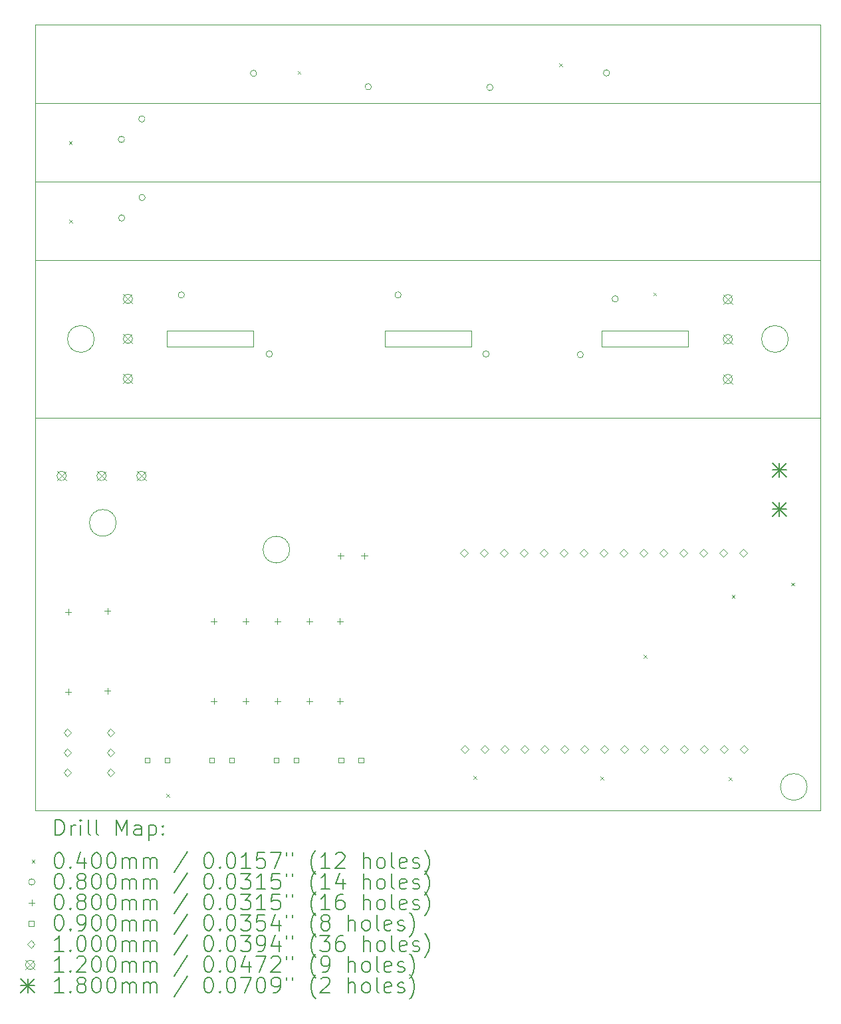
<source format=gbr>
%TF.GenerationSoftware,KiCad,Pcbnew,8.0.6*%
%TF.CreationDate,2024-10-16T19:18:19+02:00*%
%TF.ProjectId,esp_music_vis,6573705f-6d75-4736-9963-5f7669732e6b,rev?*%
%TF.SameCoordinates,Original*%
%TF.FileFunction,Drillmap*%
%TF.FilePolarity,Positive*%
%FSLAX45Y45*%
G04 Gerber Fmt 4.5, Leading zero omitted, Abs format (unit mm)*
G04 Created by KiCad (PCBNEW 8.0.6) date 2024-10-16 19:18:19*
%MOMM*%
%LPD*%
G01*
G04 APERTURE LIST*
%ADD10C,0.100000*%
%ADD11C,0.200000*%
%ADD12C,0.120000*%
%ADD13C,0.180000*%
G04 APERTURE END LIST*
D10*
X15000000Y-6000000D02*
X5000000Y-6000000D01*
X15000000Y-7000000D02*
X5000000Y-7000000D01*
X15000000Y-8000000D02*
X5000000Y-8000000D01*
X15000000Y-10000000D02*
X5000000Y-10000000D01*
X8240000Y-11680000D02*
G75*
G02*
X7900000Y-11680000I-170000J0D01*
G01*
X7900000Y-11680000D02*
G75*
G02*
X8240000Y-11680000I170000J0D01*
G01*
X14830000Y-14700000D02*
G75*
G02*
X14490000Y-14700000I-170000J0D01*
G01*
X14490000Y-14700000D02*
G75*
G02*
X14830000Y-14700000I170000J0D01*
G01*
X5750000Y-9000000D02*
G75*
G02*
X5410000Y-9000000I-170000J0D01*
G01*
X5410000Y-9000000D02*
G75*
G02*
X5750000Y-9000000I170000J0D01*
G01*
X14590000Y-9000000D02*
G75*
G02*
X14250000Y-9000000I-170000J0D01*
G01*
X14250000Y-9000000D02*
G75*
G02*
X14590000Y-9000000I170000J0D01*
G01*
X6030000Y-11340000D02*
G75*
G02*
X5690000Y-11340000I-170000J0D01*
G01*
X5690000Y-11340000D02*
G75*
G02*
X6030000Y-11340000I170000J0D01*
G01*
X12215000Y-8896250D02*
X13315000Y-8896250D01*
X13315000Y-9096250D01*
X12215000Y-9096250D01*
X12215000Y-8896250D01*
X9455000Y-8896250D02*
X10555000Y-8896250D01*
X10555000Y-9096250D01*
X9455000Y-9096250D01*
X9455000Y-8896250D01*
X6680000Y-8896250D02*
X7780000Y-8896250D01*
X7780000Y-9096250D01*
X6680000Y-9096250D01*
X6680000Y-8896250D01*
X5000000Y-5000000D02*
X15000000Y-5000000D01*
X15000000Y-15000000D01*
X5000000Y-15000000D01*
X5000000Y-5000000D01*
D11*
D10*
X5427500Y-6480000D02*
X5467500Y-6520000D01*
X5467500Y-6480000D02*
X5427500Y-6520000D01*
X5430000Y-7480000D02*
X5470000Y-7520000D01*
X5470000Y-7480000D02*
X5430000Y-7520000D01*
X6670000Y-14790000D02*
X6710000Y-14830000D01*
X6710000Y-14790000D02*
X6670000Y-14830000D01*
X8340000Y-5590000D02*
X8380000Y-5630000D01*
X8380000Y-5590000D02*
X8340000Y-5630000D01*
X10580000Y-14560000D02*
X10620000Y-14600000D01*
X10620000Y-14560000D02*
X10580000Y-14600000D01*
X11675000Y-5495000D02*
X11715000Y-5535000D01*
X11715000Y-5495000D02*
X11675000Y-5535000D01*
X12200000Y-14570000D02*
X12240000Y-14610000D01*
X12240000Y-14570000D02*
X12200000Y-14610000D01*
X12750000Y-13020000D02*
X12790000Y-13060000D01*
X12790000Y-13020000D02*
X12750000Y-13060000D01*
X12870000Y-8410000D02*
X12910000Y-8450000D01*
X12910000Y-8410000D02*
X12870000Y-8450000D01*
X13830000Y-14580000D02*
X13870000Y-14620000D01*
X13870000Y-14580000D02*
X13830000Y-14620000D01*
X13870000Y-12260000D02*
X13910000Y-12300000D01*
X13910000Y-12260000D02*
X13870000Y-12300000D01*
X14630000Y-12100000D02*
X14670000Y-12140000D01*
X14670000Y-12100000D02*
X14630000Y-12140000D01*
X6137500Y-6460000D02*
G75*
G02*
X6057500Y-6460000I-40000J0D01*
G01*
X6057500Y-6460000D02*
G75*
G02*
X6137500Y-6460000I40000J0D01*
G01*
X6140000Y-7460000D02*
G75*
G02*
X6060000Y-7460000I-40000J0D01*
G01*
X6060000Y-7460000D02*
G75*
G02*
X6140000Y-7460000I40000J0D01*
G01*
X6397500Y-6200000D02*
G75*
G02*
X6317500Y-6200000I-40000J0D01*
G01*
X6317500Y-6200000D02*
G75*
G02*
X6397500Y-6200000I40000J0D01*
G01*
X6400000Y-7200000D02*
G75*
G02*
X6320000Y-7200000I-40000J0D01*
G01*
X6320000Y-7200000D02*
G75*
G02*
X6400000Y-7200000I40000J0D01*
G01*
X6900000Y-8440000D02*
G75*
G02*
X6820000Y-8440000I-40000J0D01*
G01*
X6820000Y-8440000D02*
G75*
G02*
X6900000Y-8440000I40000J0D01*
G01*
X7820000Y-5620000D02*
G75*
G02*
X7740000Y-5620000I-40000J0D01*
G01*
X7740000Y-5620000D02*
G75*
G02*
X7820000Y-5620000I40000J0D01*
G01*
X8020000Y-9190000D02*
G75*
G02*
X7940000Y-9190000I-40000J0D01*
G01*
X7940000Y-9190000D02*
G75*
G02*
X8020000Y-9190000I40000J0D01*
G01*
X9280000Y-5790000D02*
G75*
G02*
X9200000Y-5790000I-40000J0D01*
G01*
X9200000Y-5790000D02*
G75*
G02*
X9280000Y-5790000I40000J0D01*
G01*
X9660000Y-8440000D02*
G75*
G02*
X9580000Y-8440000I-40000J0D01*
G01*
X9580000Y-8440000D02*
G75*
G02*
X9660000Y-8440000I40000J0D01*
G01*
X10780000Y-9190000D02*
G75*
G02*
X10700000Y-9190000I-40000J0D01*
G01*
X10700000Y-9190000D02*
G75*
G02*
X10780000Y-9190000I40000J0D01*
G01*
X10830000Y-5800000D02*
G75*
G02*
X10750000Y-5800000I-40000J0D01*
G01*
X10750000Y-5800000D02*
G75*
G02*
X10830000Y-5800000I40000J0D01*
G01*
X11980000Y-9200000D02*
G75*
G02*
X11900000Y-9200000I-40000J0D01*
G01*
X11900000Y-9200000D02*
G75*
G02*
X11980000Y-9200000I40000J0D01*
G01*
X12315000Y-5615000D02*
G75*
G02*
X12235000Y-5615000I-40000J0D01*
G01*
X12235000Y-5615000D02*
G75*
G02*
X12315000Y-5615000I40000J0D01*
G01*
X12425000Y-8490000D02*
G75*
G02*
X12345000Y-8490000I-40000J0D01*
G01*
X12345000Y-8490000D02*
G75*
G02*
X12425000Y-8490000I40000J0D01*
G01*
X5420000Y-12432000D02*
X5420000Y-12512000D01*
X5380000Y-12472000D02*
X5460000Y-12472000D01*
X5420000Y-13448000D02*
X5420000Y-13528000D01*
X5380000Y-13488000D02*
X5460000Y-13488000D01*
X5920000Y-12422000D02*
X5920000Y-12502000D01*
X5880000Y-12462000D02*
X5960000Y-12462000D01*
X5920000Y-13438000D02*
X5920000Y-13518000D01*
X5880000Y-13478000D02*
X5960000Y-13478000D01*
X7275000Y-12552000D02*
X7275000Y-12632000D01*
X7235000Y-12592000D02*
X7315000Y-12592000D01*
X7275000Y-13568000D02*
X7275000Y-13648000D01*
X7235000Y-13608000D02*
X7315000Y-13608000D01*
X7680000Y-12552000D02*
X7680000Y-12632000D01*
X7640000Y-12592000D02*
X7720000Y-12592000D01*
X7680000Y-13568000D02*
X7680000Y-13648000D01*
X7640000Y-13608000D02*
X7720000Y-13608000D01*
X8085000Y-12552000D02*
X8085000Y-12632000D01*
X8045000Y-12592000D02*
X8125000Y-12592000D01*
X8085000Y-13568000D02*
X8085000Y-13648000D01*
X8045000Y-13608000D02*
X8125000Y-13608000D01*
X8490000Y-12552000D02*
X8490000Y-12632000D01*
X8450000Y-12592000D02*
X8530000Y-12592000D01*
X8490000Y-13568000D02*
X8490000Y-13648000D01*
X8450000Y-13608000D02*
X8530000Y-13608000D01*
X8880000Y-12552000D02*
X8880000Y-12632000D01*
X8840000Y-12592000D02*
X8920000Y-12592000D01*
X8880000Y-13568000D02*
X8880000Y-13648000D01*
X8840000Y-13608000D02*
X8920000Y-13608000D01*
X8890000Y-11720000D02*
X8890000Y-11800000D01*
X8850000Y-11760000D02*
X8930000Y-11760000D01*
X9190000Y-11720000D02*
X9190000Y-11800000D01*
X9150000Y-11760000D02*
X9230000Y-11760000D01*
X6457820Y-14391820D02*
X6457820Y-14328180D01*
X6394180Y-14328180D01*
X6394180Y-14391820D01*
X6457820Y-14391820D01*
X6711820Y-14391820D02*
X6711820Y-14328180D01*
X6648180Y-14328180D01*
X6648180Y-14391820D01*
X6711820Y-14391820D01*
X7279987Y-14391820D02*
X7279987Y-14328180D01*
X7216346Y-14328180D01*
X7216346Y-14391820D01*
X7279987Y-14391820D01*
X7533987Y-14391820D02*
X7533987Y-14328180D01*
X7470346Y-14328180D01*
X7470346Y-14391820D01*
X7533987Y-14391820D01*
X8102153Y-14391820D02*
X8102153Y-14328180D01*
X8038513Y-14328180D01*
X8038513Y-14391820D01*
X8102153Y-14391820D01*
X8356153Y-14391820D02*
X8356153Y-14328180D01*
X8292513Y-14328180D01*
X8292513Y-14391820D01*
X8356153Y-14391820D01*
X8924320Y-14391820D02*
X8924320Y-14328180D01*
X8860680Y-14328180D01*
X8860680Y-14391820D01*
X8924320Y-14391820D01*
X9178320Y-14391820D02*
X9178320Y-14328180D01*
X9114680Y-14328180D01*
X9114680Y-14391820D01*
X9178320Y-14391820D01*
X5410000Y-14060000D02*
X5460000Y-14010000D01*
X5410000Y-13960000D01*
X5360000Y-14010000D01*
X5410000Y-14060000D01*
X5410000Y-14314000D02*
X5460000Y-14264000D01*
X5410000Y-14214000D01*
X5360000Y-14264000D01*
X5410000Y-14314000D01*
X5410000Y-14568000D02*
X5460000Y-14518000D01*
X5410000Y-14468000D01*
X5360000Y-14518000D01*
X5410000Y-14568000D01*
X5960000Y-14056000D02*
X6010000Y-14006000D01*
X5960000Y-13956000D01*
X5910000Y-14006000D01*
X5960000Y-14056000D01*
X5960000Y-14310000D02*
X6010000Y-14260000D01*
X5960000Y-14210000D01*
X5910000Y-14260000D01*
X5960000Y-14310000D01*
X5960000Y-14564000D02*
X6010000Y-14514000D01*
X5960000Y-14464000D01*
X5910000Y-14514000D01*
X5960000Y-14564000D01*
X10464000Y-11770000D02*
X10514000Y-11720000D01*
X10464000Y-11670000D01*
X10414000Y-11720000D01*
X10464000Y-11770000D01*
X10472000Y-14270000D02*
X10522000Y-14220000D01*
X10472000Y-14170000D01*
X10422000Y-14220000D01*
X10472000Y-14270000D01*
X10718000Y-11770000D02*
X10768000Y-11720000D01*
X10718000Y-11670000D01*
X10668000Y-11720000D01*
X10718000Y-11770000D01*
X10726000Y-14270000D02*
X10776000Y-14220000D01*
X10726000Y-14170000D01*
X10676000Y-14220000D01*
X10726000Y-14270000D01*
X10972000Y-11770000D02*
X11022000Y-11720000D01*
X10972000Y-11670000D01*
X10922000Y-11720000D01*
X10972000Y-11770000D01*
X10980000Y-14270000D02*
X11030000Y-14220000D01*
X10980000Y-14170000D01*
X10930000Y-14220000D01*
X10980000Y-14270000D01*
X11226000Y-11770000D02*
X11276000Y-11720000D01*
X11226000Y-11670000D01*
X11176000Y-11720000D01*
X11226000Y-11770000D01*
X11234000Y-14270000D02*
X11284000Y-14220000D01*
X11234000Y-14170000D01*
X11184000Y-14220000D01*
X11234000Y-14270000D01*
X11480000Y-11770000D02*
X11530000Y-11720000D01*
X11480000Y-11670000D01*
X11430000Y-11720000D01*
X11480000Y-11770000D01*
X11488000Y-14270000D02*
X11538000Y-14220000D01*
X11488000Y-14170000D01*
X11438000Y-14220000D01*
X11488000Y-14270000D01*
X11734000Y-11770000D02*
X11784000Y-11720000D01*
X11734000Y-11670000D01*
X11684000Y-11720000D01*
X11734000Y-11770000D01*
X11742000Y-14270000D02*
X11792000Y-14220000D01*
X11742000Y-14170000D01*
X11692000Y-14220000D01*
X11742000Y-14270000D01*
X11988000Y-11770000D02*
X12038000Y-11720000D01*
X11988000Y-11670000D01*
X11938000Y-11720000D01*
X11988000Y-11770000D01*
X11996000Y-14270000D02*
X12046000Y-14220000D01*
X11996000Y-14170000D01*
X11946000Y-14220000D01*
X11996000Y-14270000D01*
X12242000Y-11770000D02*
X12292000Y-11720000D01*
X12242000Y-11670000D01*
X12192000Y-11720000D01*
X12242000Y-11770000D01*
X12250000Y-14270000D02*
X12300000Y-14220000D01*
X12250000Y-14170000D01*
X12200000Y-14220000D01*
X12250000Y-14270000D01*
X12496000Y-11770000D02*
X12546000Y-11720000D01*
X12496000Y-11670000D01*
X12446000Y-11720000D01*
X12496000Y-11770000D01*
X12504000Y-14270000D02*
X12554000Y-14220000D01*
X12504000Y-14170000D01*
X12454000Y-14220000D01*
X12504000Y-14270000D01*
X12750000Y-11770000D02*
X12800000Y-11720000D01*
X12750000Y-11670000D01*
X12700000Y-11720000D01*
X12750000Y-11770000D01*
X12758000Y-14270000D02*
X12808000Y-14220000D01*
X12758000Y-14170000D01*
X12708000Y-14220000D01*
X12758000Y-14270000D01*
X13004000Y-11770000D02*
X13054000Y-11720000D01*
X13004000Y-11670000D01*
X12954000Y-11720000D01*
X13004000Y-11770000D01*
X13012000Y-14270000D02*
X13062000Y-14220000D01*
X13012000Y-14170000D01*
X12962000Y-14220000D01*
X13012000Y-14270000D01*
X13258000Y-11770000D02*
X13308000Y-11720000D01*
X13258000Y-11670000D01*
X13208000Y-11720000D01*
X13258000Y-11770000D01*
X13266000Y-14270000D02*
X13316000Y-14220000D01*
X13266000Y-14170000D01*
X13216000Y-14220000D01*
X13266000Y-14270000D01*
X13512000Y-11770000D02*
X13562000Y-11720000D01*
X13512000Y-11670000D01*
X13462000Y-11720000D01*
X13512000Y-11770000D01*
X13520000Y-14270000D02*
X13570000Y-14220000D01*
X13520000Y-14170000D01*
X13470000Y-14220000D01*
X13520000Y-14270000D01*
X13766000Y-11770000D02*
X13816000Y-11720000D01*
X13766000Y-11670000D01*
X13716000Y-11720000D01*
X13766000Y-11770000D01*
X13774000Y-14270000D02*
X13824000Y-14220000D01*
X13774000Y-14170000D01*
X13724000Y-14220000D01*
X13774000Y-14270000D01*
X14020000Y-11770000D02*
X14070000Y-11720000D01*
X14020000Y-11670000D01*
X13970000Y-11720000D01*
X14020000Y-11770000D01*
X14028000Y-14270000D02*
X14078000Y-14220000D01*
X14028000Y-14170000D01*
X13978000Y-14220000D01*
X14028000Y-14270000D01*
D12*
X5275750Y-10682250D02*
X5395750Y-10802250D01*
X5395750Y-10682250D02*
X5275750Y-10802250D01*
X5395750Y-10742250D02*
G75*
G02*
X5275750Y-10742250I-60000J0D01*
G01*
X5275750Y-10742250D02*
G75*
G02*
X5395750Y-10742250I60000J0D01*
G01*
X5783750Y-10682250D02*
X5903750Y-10802250D01*
X5903750Y-10682250D02*
X5783750Y-10802250D01*
X5903750Y-10742250D02*
G75*
G02*
X5783750Y-10742250I-60000J0D01*
G01*
X5783750Y-10742250D02*
G75*
G02*
X5903750Y-10742250I60000J0D01*
G01*
X6120000Y-8430000D02*
X6240000Y-8550000D01*
X6240000Y-8430000D02*
X6120000Y-8550000D01*
X6240000Y-8490000D02*
G75*
G02*
X6120000Y-8490000I-60000J0D01*
G01*
X6120000Y-8490000D02*
G75*
G02*
X6240000Y-8490000I60000J0D01*
G01*
X6120000Y-8938000D02*
X6240000Y-9058000D01*
X6240000Y-8938000D02*
X6120000Y-9058000D01*
X6240000Y-8998000D02*
G75*
G02*
X6120000Y-8998000I-60000J0D01*
G01*
X6120000Y-8998000D02*
G75*
G02*
X6240000Y-8998000I60000J0D01*
G01*
X6120000Y-9446000D02*
X6240000Y-9566000D01*
X6240000Y-9446000D02*
X6120000Y-9566000D01*
X6240000Y-9506000D02*
G75*
G02*
X6120000Y-9506000I-60000J0D01*
G01*
X6120000Y-9506000D02*
G75*
G02*
X6240000Y-9506000I60000J0D01*
G01*
X6291750Y-10682250D02*
X6411750Y-10802250D01*
X6411750Y-10682250D02*
X6291750Y-10802250D01*
X6411750Y-10742250D02*
G75*
G02*
X6291750Y-10742250I-60000J0D01*
G01*
X6291750Y-10742250D02*
G75*
G02*
X6411750Y-10742250I60000J0D01*
G01*
X13760000Y-8434000D02*
X13880000Y-8554000D01*
X13880000Y-8434000D02*
X13760000Y-8554000D01*
X13880000Y-8494000D02*
G75*
G02*
X13760000Y-8494000I-60000J0D01*
G01*
X13760000Y-8494000D02*
G75*
G02*
X13880000Y-8494000I60000J0D01*
G01*
X13760000Y-8942000D02*
X13880000Y-9062000D01*
X13880000Y-8942000D02*
X13760000Y-9062000D01*
X13880000Y-9002000D02*
G75*
G02*
X13760000Y-9002000I-60000J0D01*
G01*
X13760000Y-9002000D02*
G75*
G02*
X13880000Y-9002000I60000J0D01*
G01*
X13760000Y-9450000D02*
X13880000Y-9570000D01*
X13880000Y-9450000D02*
X13760000Y-9570000D01*
X13880000Y-9510000D02*
G75*
G02*
X13760000Y-9510000I-60000J0D01*
G01*
X13760000Y-9510000D02*
G75*
G02*
X13880000Y-9510000I60000J0D01*
G01*
D13*
X14388000Y-10578000D02*
X14568000Y-10758000D01*
X14568000Y-10578000D02*
X14388000Y-10758000D01*
X14478000Y-10578000D02*
X14478000Y-10758000D01*
X14388000Y-10668000D02*
X14568000Y-10668000D01*
X14388000Y-11078000D02*
X14568000Y-11258000D01*
X14568000Y-11078000D02*
X14388000Y-11258000D01*
X14478000Y-11078000D02*
X14478000Y-11258000D01*
X14388000Y-11168000D02*
X14568000Y-11168000D01*
D11*
X5255777Y-15316484D02*
X5255777Y-15116484D01*
X5255777Y-15116484D02*
X5303396Y-15116484D01*
X5303396Y-15116484D02*
X5331967Y-15126008D01*
X5331967Y-15126008D02*
X5351015Y-15145055D01*
X5351015Y-15145055D02*
X5360539Y-15164103D01*
X5360539Y-15164103D02*
X5370063Y-15202198D01*
X5370063Y-15202198D02*
X5370063Y-15230769D01*
X5370063Y-15230769D02*
X5360539Y-15268865D01*
X5360539Y-15268865D02*
X5351015Y-15287912D01*
X5351015Y-15287912D02*
X5331967Y-15306960D01*
X5331967Y-15306960D02*
X5303396Y-15316484D01*
X5303396Y-15316484D02*
X5255777Y-15316484D01*
X5455777Y-15316484D02*
X5455777Y-15183150D01*
X5455777Y-15221246D02*
X5465301Y-15202198D01*
X5465301Y-15202198D02*
X5474824Y-15192674D01*
X5474824Y-15192674D02*
X5493872Y-15183150D01*
X5493872Y-15183150D02*
X5512920Y-15183150D01*
X5579586Y-15316484D02*
X5579586Y-15183150D01*
X5579586Y-15116484D02*
X5570063Y-15126008D01*
X5570063Y-15126008D02*
X5579586Y-15135531D01*
X5579586Y-15135531D02*
X5589110Y-15126008D01*
X5589110Y-15126008D02*
X5579586Y-15116484D01*
X5579586Y-15116484D02*
X5579586Y-15135531D01*
X5703396Y-15316484D02*
X5684348Y-15306960D01*
X5684348Y-15306960D02*
X5674824Y-15287912D01*
X5674824Y-15287912D02*
X5674824Y-15116484D01*
X5808158Y-15316484D02*
X5789110Y-15306960D01*
X5789110Y-15306960D02*
X5779586Y-15287912D01*
X5779586Y-15287912D02*
X5779586Y-15116484D01*
X6036729Y-15316484D02*
X6036729Y-15116484D01*
X6036729Y-15116484D02*
X6103396Y-15259341D01*
X6103396Y-15259341D02*
X6170062Y-15116484D01*
X6170062Y-15116484D02*
X6170062Y-15316484D01*
X6351015Y-15316484D02*
X6351015Y-15211722D01*
X6351015Y-15211722D02*
X6341491Y-15192674D01*
X6341491Y-15192674D02*
X6322443Y-15183150D01*
X6322443Y-15183150D02*
X6284348Y-15183150D01*
X6284348Y-15183150D02*
X6265301Y-15192674D01*
X6351015Y-15306960D02*
X6331967Y-15316484D01*
X6331967Y-15316484D02*
X6284348Y-15316484D01*
X6284348Y-15316484D02*
X6265301Y-15306960D01*
X6265301Y-15306960D02*
X6255777Y-15287912D01*
X6255777Y-15287912D02*
X6255777Y-15268865D01*
X6255777Y-15268865D02*
X6265301Y-15249817D01*
X6265301Y-15249817D02*
X6284348Y-15240293D01*
X6284348Y-15240293D02*
X6331967Y-15240293D01*
X6331967Y-15240293D02*
X6351015Y-15230769D01*
X6446253Y-15183150D02*
X6446253Y-15383150D01*
X6446253Y-15192674D02*
X6465301Y-15183150D01*
X6465301Y-15183150D02*
X6503396Y-15183150D01*
X6503396Y-15183150D02*
X6522443Y-15192674D01*
X6522443Y-15192674D02*
X6531967Y-15202198D01*
X6531967Y-15202198D02*
X6541491Y-15221246D01*
X6541491Y-15221246D02*
X6541491Y-15278388D01*
X6541491Y-15278388D02*
X6531967Y-15297436D01*
X6531967Y-15297436D02*
X6522443Y-15306960D01*
X6522443Y-15306960D02*
X6503396Y-15316484D01*
X6503396Y-15316484D02*
X6465301Y-15316484D01*
X6465301Y-15316484D02*
X6446253Y-15306960D01*
X6627205Y-15297436D02*
X6636729Y-15306960D01*
X6636729Y-15306960D02*
X6627205Y-15316484D01*
X6627205Y-15316484D02*
X6617682Y-15306960D01*
X6617682Y-15306960D02*
X6627205Y-15297436D01*
X6627205Y-15297436D02*
X6627205Y-15316484D01*
X6627205Y-15192674D02*
X6636729Y-15202198D01*
X6636729Y-15202198D02*
X6627205Y-15211722D01*
X6627205Y-15211722D02*
X6617682Y-15202198D01*
X6617682Y-15202198D02*
X6627205Y-15192674D01*
X6627205Y-15192674D02*
X6627205Y-15211722D01*
D10*
X4955000Y-15625000D02*
X4995000Y-15665000D01*
X4995000Y-15625000D02*
X4955000Y-15665000D01*
D11*
X5293872Y-15536484D02*
X5312920Y-15536484D01*
X5312920Y-15536484D02*
X5331967Y-15546008D01*
X5331967Y-15546008D02*
X5341491Y-15555531D01*
X5341491Y-15555531D02*
X5351015Y-15574579D01*
X5351015Y-15574579D02*
X5360539Y-15612674D01*
X5360539Y-15612674D02*
X5360539Y-15660293D01*
X5360539Y-15660293D02*
X5351015Y-15698388D01*
X5351015Y-15698388D02*
X5341491Y-15717436D01*
X5341491Y-15717436D02*
X5331967Y-15726960D01*
X5331967Y-15726960D02*
X5312920Y-15736484D01*
X5312920Y-15736484D02*
X5293872Y-15736484D01*
X5293872Y-15736484D02*
X5274824Y-15726960D01*
X5274824Y-15726960D02*
X5265301Y-15717436D01*
X5265301Y-15717436D02*
X5255777Y-15698388D01*
X5255777Y-15698388D02*
X5246253Y-15660293D01*
X5246253Y-15660293D02*
X5246253Y-15612674D01*
X5246253Y-15612674D02*
X5255777Y-15574579D01*
X5255777Y-15574579D02*
X5265301Y-15555531D01*
X5265301Y-15555531D02*
X5274824Y-15546008D01*
X5274824Y-15546008D02*
X5293872Y-15536484D01*
X5446253Y-15717436D02*
X5455777Y-15726960D01*
X5455777Y-15726960D02*
X5446253Y-15736484D01*
X5446253Y-15736484D02*
X5436729Y-15726960D01*
X5436729Y-15726960D02*
X5446253Y-15717436D01*
X5446253Y-15717436D02*
X5446253Y-15736484D01*
X5627205Y-15603150D02*
X5627205Y-15736484D01*
X5579586Y-15526960D02*
X5531967Y-15669817D01*
X5531967Y-15669817D02*
X5655777Y-15669817D01*
X5770062Y-15536484D02*
X5789110Y-15536484D01*
X5789110Y-15536484D02*
X5808158Y-15546008D01*
X5808158Y-15546008D02*
X5817682Y-15555531D01*
X5817682Y-15555531D02*
X5827205Y-15574579D01*
X5827205Y-15574579D02*
X5836729Y-15612674D01*
X5836729Y-15612674D02*
X5836729Y-15660293D01*
X5836729Y-15660293D02*
X5827205Y-15698388D01*
X5827205Y-15698388D02*
X5817682Y-15717436D01*
X5817682Y-15717436D02*
X5808158Y-15726960D01*
X5808158Y-15726960D02*
X5789110Y-15736484D01*
X5789110Y-15736484D02*
X5770062Y-15736484D01*
X5770062Y-15736484D02*
X5751015Y-15726960D01*
X5751015Y-15726960D02*
X5741491Y-15717436D01*
X5741491Y-15717436D02*
X5731967Y-15698388D01*
X5731967Y-15698388D02*
X5722443Y-15660293D01*
X5722443Y-15660293D02*
X5722443Y-15612674D01*
X5722443Y-15612674D02*
X5731967Y-15574579D01*
X5731967Y-15574579D02*
X5741491Y-15555531D01*
X5741491Y-15555531D02*
X5751015Y-15546008D01*
X5751015Y-15546008D02*
X5770062Y-15536484D01*
X5960539Y-15536484D02*
X5979586Y-15536484D01*
X5979586Y-15536484D02*
X5998634Y-15546008D01*
X5998634Y-15546008D02*
X6008158Y-15555531D01*
X6008158Y-15555531D02*
X6017682Y-15574579D01*
X6017682Y-15574579D02*
X6027205Y-15612674D01*
X6027205Y-15612674D02*
X6027205Y-15660293D01*
X6027205Y-15660293D02*
X6017682Y-15698388D01*
X6017682Y-15698388D02*
X6008158Y-15717436D01*
X6008158Y-15717436D02*
X5998634Y-15726960D01*
X5998634Y-15726960D02*
X5979586Y-15736484D01*
X5979586Y-15736484D02*
X5960539Y-15736484D01*
X5960539Y-15736484D02*
X5941491Y-15726960D01*
X5941491Y-15726960D02*
X5931967Y-15717436D01*
X5931967Y-15717436D02*
X5922443Y-15698388D01*
X5922443Y-15698388D02*
X5912920Y-15660293D01*
X5912920Y-15660293D02*
X5912920Y-15612674D01*
X5912920Y-15612674D02*
X5922443Y-15574579D01*
X5922443Y-15574579D02*
X5931967Y-15555531D01*
X5931967Y-15555531D02*
X5941491Y-15546008D01*
X5941491Y-15546008D02*
X5960539Y-15536484D01*
X6112920Y-15736484D02*
X6112920Y-15603150D01*
X6112920Y-15622198D02*
X6122443Y-15612674D01*
X6122443Y-15612674D02*
X6141491Y-15603150D01*
X6141491Y-15603150D02*
X6170063Y-15603150D01*
X6170063Y-15603150D02*
X6189110Y-15612674D01*
X6189110Y-15612674D02*
X6198634Y-15631722D01*
X6198634Y-15631722D02*
X6198634Y-15736484D01*
X6198634Y-15631722D02*
X6208158Y-15612674D01*
X6208158Y-15612674D02*
X6227205Y-15603150D01*
X6227205Y-15603150D02*
X6255777Y-15603150D01*
X6255777Y-15603150D02*
X6274824Y-15612674D01*
X6274824Y-15612674D02*
X6284348Y-15631722D01*
X6284348Y-15631722D02*
X6284348Y-15736484D01*
X6379586Y-15736484D02*
X6379586Y-15603150D01*
X6379586Y-15622198D02*
X6389110Y-15612674D01*
X6389110Y-15612674D02*
X6408158Y-15603150D01*
X6408158Y-15603150D02*
X6436729Y-15603150D01*
X6436729Y-15603150D02*
X6455777Y-15612674D01*
X6455777Y-15612674D02*
X6465301Y-15631722D01*
X6465301Y-15631722D02*
X6465301Y-15736484D01*
X6465301Y-15631722D02*
X6474824Y-15612674D01*
X6474824Y-15612674D02*
X6493872Y-15603150D01*
X6493872Y-15603150D02*
X6522443Y-15603150D01*
X6522443Y-15603150D02*
X6541491Y-15612674D01*
X6541491Y-15612674D02*
X6551015Y-15631722D01*
X6551015Y-15631722D02*
X6551015Y-15736484D01*
X6941491Y-15526960D02*
X6770063Y-15784103D01*
X7198634Y-15536484D02*
X7217682Y-15536484D01*
X7217682Y-15536484D02*
X7236729Y-15546008D01*
X7236729Y-15546008D02*
X7246253Y-15555531D01*
X7246253Y-15555531D02*
X7255777Y-15574579D01*
X7255777Y-15574579D02*
X7265301Y-15612674D01*
X7265301Y-15612674D02*
X7265301Y-15660293D01*
X7265301Y-15660293D02*
X7255777Y-15698388D01*
X7255777Y-15698388D02*
X7246253Y-15717436D01*
X7246253Y-15717436D02*
X7236729Y-15726960D01*
X7236729Y-15726960D02*
X7217682Y-15736484D01*
X7217682Y-15736484D02*
X7198634Y-15736484D01*
X7198634Y-15736484D02*
X7179586Y-15726960D01*
X7179586Y-15726960D02*
X7170063Y-15717436D01*
X7170063Y-15717436D02*
X7160539Y-15698388D01*
X7160539Y-15698388D02*
X7151015Y-15660293D01*
X7151015Y-15660293D02*
X7151015Y-15612674D01*
X7151015Y-15612674D02*
X7160539Y-15574579D01*
X7160539Y-15574579D02*
X7170063Y-15555531D01*
X7170063Y-15555531D02*
X7179586Y-15546008D01*
X7179586Y-15546008D02*
X7198634Y-15536484D01*
X7351015Y-15717436D02*
X7360539Y-15726960D01*
X7360539Y-15726960D02*
X7351015Y-15736484D01*
X7351015Y-15736484D02*
X7341491Y-15726960D01*
X7341491Y-15726960D02*
X7351015Y-15717436D01*
X7351015Y-15717436D02*
X7351015Y-15736484D01*
X7484348Y-15536484D02*
X7503396Y-15536484D01*
X7503396Y-15536484D02*
X7522444Y-15546008D01*
X7522444Y-15546008D02*
X7531967Y-15555531D01*
X7531967Y-15555531D02*
X7541491Y-15574579D01*
X7541491Y-15574579D02*
X7551015Y-15612674D01*
X7551015Y-15612674D02*
X7551015Y-15660293D01*
X7551015Y-15660293D02*
X7541491Y-15698388D01*
X7541491Y-15698388D02*
X7531967Y-15717436D01*
X7531967Y-15717436D02*
X7522444Y-15726960D01*
X7522444Y-15726960D02*
X7503396Y-15736484D01*
X7503396Y-15736484D02*
X7484348Y-15736484D01*
X7484348Y-15736484D02*
X7465301Y-15726960D01*
X7465301Y-15726960D02*
X7455777Y-15717436D01*
X7455777Y-15717436D02*
X7446253Y-15698388D01*
X7446253Y-15698388D02*
X7436729Y-15660293D01*
X7436729Y-15660293D02*
X7436729Y-15612674D01*
X7436729Y-15612674D02*
X7446253Y-15574579D01*
X7446253Y-15574579D02*
X7455777Y-15555531D01*
X7455777Y-15555531D02*
X7465301Y-15546008D01*
X7465301Y-15546008D02*
X7484348Y-15536484D01*
X7741491Y-15736484D02*
X7627206Y-15736484D01*
X7684348Y-15736484D02*
X7684348Y-15536484D01*
X7684348Y-15536484D02*
X7665301Y-15565055D01*
X7665301Y-15565055D02*
X7646253Y-15584103D01*
X7646253Y-15584103D02*
X7627206Y-15593627D01*
X7922444Y-15536484D02*
X7827206Y-15536484D01*
X7827206Y-15536484D02*
X7817682Y-15631722D01*
X7817682Y-15631722D02*
X7827206Y-15622198D01*
X7827206Y-15622198D02*
X7846253Y-15612674D01*
X7846253Y-15612674D02*
X7893872Y-15612674D01*
X7893872Y-15612674D02*
X7912920Y-15622198D01*
X7912920Y-15622198D02*
X7922444Y-15631722D01*
X7922444Y-15631722D02*
X7931967Y-15650769D01*
X7931967Y-15650769D02*
X7931967Y-15698388D01*
X7931967Y-15698388D02*
X7922444Y-15717436D01*
X7922444Y-15717436D02*
X7912920Y-15726960D01*
X7912920Y-15726960D02*
X7893872Y-15736484D01*
X7893872Y-15736484D02*
X7846253Y-15736484D01*
X7846253Y-15736484D02*
X7827206Y-15726960D01*
X7827206Y-15726960D02*
X7817682Y-15717436D01*
X7998634Y-15536484D02*
X8131967Y-15536484D01*
X8131967Y-15536484D02*
X8046253Y-15736484D01*
X8198634Y-15536484D02*
X8198634Y-15574579D01*
X8274825Y-15536484D02*
X8274825Y-15574579D01*
X8570063Y-15812674D02*
X8560539Y-15803150D01*
X8560539Y-15803150D02*
X8541491Y-15774579D01*
X8541491Y-15774579D02*
X8531968Y-15755531D01*
X8531968Y-15755531D02*
X8522444Y-15726960D01*
X8522444Y-15726960D02*
X8512920Y-15679341D01*
X8512920Y-15679341D02*
X8512920Y-15641246D01*
X8512920Y-15641246D02*
X8522444Y-15593627D01*
X8522444Y-15593627D02*
X8531968Y-15565055D01*
X8531968Y-15565055D02*
X8541491Y-15546008D01*
X8541491Y-15546008D02*
X8560539Y-15517436D01*
X8560539Y-15517436D02*
X8570063Y-15507912D01*
X8751015Y-15736484D02*
X8636730Y-15736484D01*
X8693872Y-15736484D02*
X8693872Y-15536484D01*
X8693872Y-15536484D02*
X8674825Y-15565055D01*
X8674825Y-15565055D02*
X8655777Y-15584103D01*
X8655777Y-15584103D02*
X8636730Y-15593627D01*
X8827206Y-15555531D02*
X8836730Y-15546008D01*
X8836730Y-15546008D02*
X8855777Y-15536484D01*
X8855777Y-15536484D02*
X8903396Y-15536484D01*
X8903396Y-15536484D02*
X8922444Y-15546008D01*
X8922444Y-15546008D02*
X8931968Y-15555531D01*
X8931968Y-15555531D02*
X8941491Y-15574579D01*
X8941491Y-15574579D02*
X8941491Y-15593627D01*
X8941491Y-15593627D02*
X8931968Y-15622198D01*
X8931968Y-15622198D02*
X8817682Y-15736484D01*
X8817682Y-15736484D02*
X8941491Y-15736484D01*
X9179587Y-15736484D02*
X9179587Y-15536484D01*
X9265301Y-15736484D02*
X9265301Y-15631722D01*
X9265301Y-15631722D02*
X9255777Y-15612674D01*
X9255777Y-15612674D02*
X9236730Y-15603150D01*
X9236730Y-15603150D02*
X9208158Y-15603150D01*
X9208158Y-15603150D02*
X9189111Y-15612674D01*
X9189111Y-15612674D02*
X9179587Y-15622198D01*
X9389111Y-15736484D02*
X9370063Y-15726960D01*
X9370063Y-15726960D02*
X9360539Y-15717436D01*
X9360539Y-15717436D02*
X9351015Y-15698388D01*
X9351015Y-15698388D02*
X9351015Y-15641246D01*
X9351015Y-15641246D02*
X9360539Y-15622198D01*
X9360539Y-15622198D02*
X9370063Y-15612674D01*
X9370063Y-15612674D02*
X9389111Y-15603150D01*
X9389111Y-15603150D02*
X9417682Y-15603150D01*
X9417682Y-15603150D02*
X9436730Y-15612674D01*
X9436730Y-15612674D02*
X9446253Y-15622198D01*
X9446253Y-15622198D02*
X9455777Y-15641246D01*
X9455777Y-15641246D02*
X9455777Y-15698388D01*
X9455777Y-15698388D02*
X9446253Y-15717436D01*
X9446253Y-15717436D02*
X9436730Y-15726960D01*
X9436730Y-15726960D02*
X9417682Y-15736484D01*
X9417682Y-15736484D02*
X9389111Y-15736484D01*
X9570063Y-15736484D02*
X9551015Y-15726960D01*
X9551015Y-15726960D02*
X9541492Y-15707912D01*
X9541492Y-15707912D02*
X9541492Y-15536484D01*
X9722444Y-15726960D02*
X9703396Y-15736484D01*
X9703396Y-15736484D02*
X9665301Y-15736484D01*
X9665301Y-15736484D02*
X9646253Y-15726960D01*
X9646253Y-15726960D02*
X9636730Y-15707912D01*
X9636730Y-15707912D02*
X9636730Y-15631722D01*
X9636730Y-15631722D02*
X9646253Y-15612674D01*
X9646253Y-15612674D02*
X9665301Y-15603150D01*
X9665301Y-15603150D02*
X9703396Y-15603150D01*
X9703396Y-15603150D02*
X9722444Y-15612674D01*
X9722444Y-15612674D02*
X9731968Y-15631722D01*
X9731968Y-15631722D02*
X9731968Y-15650769D01*
X9731968Y-15650769D02*
X9636730Y-15669817D01*
X9808158Y-15726960D02*
X9827206Y-15736484D01*
X9827206Y-15736484D02*
X9865301Y-15736484D01*
X9865301Y-15736484D02*
X9884349Y-15726960D01*
X9884349Y-15726960D02*
X9893873Y-15707912D01*
X9893873Y-15707912D02*
X9893873Y-15698388D01*
X9893873Y-15698388D02*
X9884349Y-15679341D01*
X9884349Y-15679341D02*
X9865301Y-15669817D01*
X9865301Y-15669817D02*
X9836730Y-15669817D01*
X9836730Y-15669817D02*
X9817682Y-15660293D01*
X9817682Y-15660293D02*
X9808158Y-15641246D01*
X9808158Y-15641246D02*
X9808158Y-15631722D01*
X9808158Y-15631722D02*
X9817682Y-15612674D01*
X9817682Y-15612674D02*
X9836730Y-15603150D01*
X9836730Y-15603150D02*
X9865301Y-15603150D01*
X9865301Y-15603150D02*
X9884349Y-15612674D01*
X9960539Y-15812674D02*
X9970063Y-15803150D01*
X9970063Y-15803150D02*
X9989111Y-15774579D01*
X9989111Y-15774579D02*
X9998634Y-15755531D01*
X9998634Y-15755531D02*
X10008158Y-15726960D01*
X10008158Y-15726960D02*
X10017682Y-15679341D01*
X10017682Y-15679341D02*
X10017682Y-15641246D01*
X10017682Y-15641246D02*
X10008158Y-15593627D01*
X10008158Y-15593627D02*
X9998634Y-15565055D01*
X9998634Y-15565055D02*
X9989111Y-15546008D01*
X9989111Y-15546008D02*
X9970063Y-15517436D01*
X9970063Y-15517436D02*
X9960539Y-15507912D01*
D10*
X4995000Y-15909000D02*
G75*
G02*
X4915000Y-15909000I-40000J0D01*
G01*
X4915000Y-15909000D02*
G75*
G02*
X4995000Y-15909000I40000J0D01*
G01*
D11*
X5293872Y-15800484D02*
X5312920Y-15800484D01*
X5312920Y-15800484D02*
X5331967Y-15810008D01*
X5331967Y-15810008D02*
X5341491Y-15819531D01*
X5341491Y-15819531D02*
X5351015Y-15838579D01*
X5351015Y-15838579D02*
X5360539Y-15876674D01*
X5360539Y-15876674D02*
X5360539Y-15924293D01*
X5360539Y-15924293D02*
X5351015Y-15962388D01*
X5351015Y-15962388D02*
X5341491Y-15981436D01*
X5341491Y-15981436D02*
X5331967Y-15990960D01*
X5331967Y-15990960D02*
X5312920Y-16000484D01*
X5312920Y-16000484D02*
X5293872Y-16000484D01*
X5293872Y-16000484D02*
X5274824Y-15990960D01*
X5274824Y-15990960D02*
X5265301Y-15981436D01*
X5265301Y-15981436D02*
X5255777Y-15962388D01*
X5255777Y-15962388D02*
X5246253Y-15924293D01*
X5246253Y-15924293D02*
X5246253Y-15876674D01*
X5246253Y-15876674D02*
X5255777Y-15838579D01*
X5255777Y-15838579D02*
X5265301Y-15819531D01*
X5265301Y-15819531D02*
X5274824Y-15810008D01*
X5274824Y-15810008D02*
X5293872Y-15800484D01*
X5446253Y-15981436D02*
X5455777Y-15990960D01*
X5455777Y-15990960D02*
X5446253Y-16000484D01*
X5446253Y-16000484D02*
X5436729Y-15990960D01*
X5436729Y-15990960D02*
X5446253Y-15981436D01*
X5446253Y-15981436D02*
X5446253Y-16000484D01*
X5570063Y-15886198D02*
X5551015Y-15876674D01*
X5551015Y-15876674D02*
X5541491Y-15867150D01*
X5541491Y-15867150D02*
X5531967Y-15848103D01*
X5531967Y-15848103D02*
X5531967Y-15838579D01*
X5531967Y-15838579D02*
X5541491Y-15819531D01*
X5541491Y-15819531D02*
X5551015Y-15810008D01*
X5551015Y-15810008D02*
X5570063Y-15800484D01*
X5570063Y-15800484D02*
X5608158Y-15800484D01*
X5608158Y-15800484D02*
X5627205Y-15810008D01*
X5627205Y-15810008D02*
X5636729Y-15819531D01*
X5636729Y-15819531D02*
X5646253Y-15838579D01*
X5646253Y-15838579D02*
X5646253Y-15848103D01*
X5646253Y-15848103D02*
X5636729Y-15867150D01*
X5636729Y-15867150D02*
X5627205Y-15876674D01*
X5627205Y-15876674D02*
X5608158Y-15886198D01*
X5608158Y-15886198D02*
X5570063Y-15886198D01*
X5570063Y-15886198D02*
X5551015Y-15895722D01*
X5551015Y-15895722D02*
X5541491Y-15905246D01*
X5541491Y-15905246D02*
X5531967Y-15924293D01*
X5531967Y-15924293D02*
X5531967Y-15962388D01*
X5531967Y-15962388D02*
X5541491Y-15981436D01*
X5541491Y-15981436D02*
X5551015Y-15990960D01*
X5551015Y-15990960D02*
X5570063Y-16000484D01*
X5570063Y-16000484D02*
X5608158Y-16000484D01*
X5608158Y-16000484D02*
X5627205Y-15990960D01*
X5627205Y-15990960D02*
X5636729Y-15981436D01*
X5636729Y-15981436D02*
X5646253Y-15962388D01*
X5646253Y-15962388D02*
X5646253Y-15924293D01*
X5646253Y-15924293D02*
X5636729Y-15905246D01*
X5636729Y-15905246D02*
X5627205Y-15895722D01*
X5627205Y-15895722D02*
X5608158Y-15886198D01*
X5770062Y-15800484D02*
X5789110Y-15800484D01*
X5789110Y-15800484D02*
X5808158Y-15810008D01*
X5808158Y-15810008D02*
X5817682Y-15819531D01*
X5817682Y-15819531D02*
X5827205Y-15838579D01*
X5827205Y-15838579D02*
X5836729Y-15876674D01*
X5836729Y-15876674D02*
X5836729Y-15924293D01*
X5836729Y-15924293D02*
X5827205Y-15962388D01*
X5827205Y-15962388D02*
X5817682Y-15981436D01*
X5817682Y-15981436D02*
X5808158Y-15990960D01*
X5808158Y-15990960D02*
X5789110Y-16000484D01*
X5789110Y-16000484D02*
X5770062Y-16000484D01*
X5770062Y-16000484D02*
X5751015Y-15990960D01*
X5751015Y-15990960D02*
X5741491Y-15981436D01*
X5741491Y-15981436D02*
X5731967Y-15962388D01*
X5731967Y-15962388D02*
X5722443Y-15924293D01*
X5722443Y-15924293D02*
X5722443Y-15876674D01*
X5722443Y-15876674D02*
X5731967Y-15838579D01*
X5731967Y-15838579D02*
X5741491Y-15819531D01*
X5741491Y-15819531D02*
X5751015Y-15810008D01*
X5751015Y-15810008D02*
X5770062Y-15800484D01*
X5960539Y-15800484D02*
X5979586Y-15800484D01*
X5979586Y-15800484D02*
X5998634Y-15810008D01*
X5998634Y-15810008D02*
X6008158Y-15819531D01*
X6008158Y-15819531D02*
X6017682Y-15838579D01*
X6017682Y-15838579D02*
X6027205Y-15876674D01*
X6027205Y-15876674D02*
X6027205Y-15924293D01*
X6027205Y-15924293D02*
X6017682Y-15962388D01*
X6017682Y-15962388D02*
X6008158Y-15981436D01*
X6008158Y-15981436D02*
X5998634Y-15990960D01*
X5998634Y-15990960D02*
X5979586Y-16000484D01*
X5979586Y-16000484D02*
X5960539Y-16000484D01*
X5960539Y-16000484D02*
X5941491Y-15990960D01*
X5941491Y-15990960D02*
X5931967Y-15981436D01*
X5931967Y-15981436D02*
X5922443Y-15962388D01*
X5922443Y-15962388D02*
X5912920Y-15924293D01*
X5912920Y-15924293D02*
X5912920Y-15876674D01*
X5912920Y-15876674D02*
X5922443Y-15838579D01*
X5922443Y-15838579D02*
X5931967Y-15819531D01*
X5931967Y-15819531D02*
X5941491Y-15810008D01*
X5941491Y-15810008D02*
X5960539Y-15800484D01*
X6112920Y-16000484D02*
X6112920Y-15867150D01*
X6112920Y-15886198D02*
X6122443Y-15876674D01*
X6122443Y-15876674D02*
X6141491Y-15867150D01*
X6141491Y-15867150D02*
X6170063Y-15867150D01*
X6170063Y-15867150D02*
X6189110Y-15876674D01*
X6189110Y-15876674D02*
X6198634Y-15895722D01*
X6198634Y-15895722D02*
X6198634Y-16000484D01*
X6198634Y-15895722D02*
X6208158Y-15876674D01*
X6208158Y-15876674D02*
X6227205Y-15867150D01*
X6227205Y-15867150D02*
X6255777Y-15867150D01*
X6255777Y-15867150D02*
X6274824Y-15876674D01*
X6274824Y-15876674D02*
X6284348Y-15895722D01*
X6284348Y-15895722D02*
X6284348Y-16000484D01*
X6379586Y-16000484D02*
X6379586Y-15867150D01*
X6379586Y-15886198D02*
X6389110Y-15876674D01*
X6389110Y-15876674D02*
X6408158Y-15867150D01*
X6408158Y-15867150D02*
X6436729Y-15867150D01*
X6436729Y-15867150D02*
X6455777Y-15876674D01*
X6455777Y-15876674D02*
X6465301Y-15895722D01*
X6465301Y-15895722D02*
X6465301Y-16000484D01*
X6465301Y-15895722D02*
X6474824Y-15876674D01*
X6474824Y-15876674D02*
X6493872Y-15867150D01*
X6493872Y-15867150D02*
X6522443Y-15867150D01*
X6522443Y-15867150D02*
X6541491Y-15876674D01*
X6541491Y-15876674D02*
X6551015Y-15895722D01*
X6551015Y-15895722D02*
X6551015Y-16000484D01*
X6941491Y-15790960D02*
X6770063Y-16048103D01*
X7198634Y-15800484D02*
X7217682Y-15800484D01*
X7217682Y-15800484D02*
X7236729Y-15810008D01*
X7236729Y-15810008D02*
X7246253Y-15819531D01*
X7246253Y-15819531D02*
X7255777Y-15838579D01*
X7255777Y-15838579D02*
X7265301Y-15876674D01*
X7265301Y-15876674D02*
X7265301Y-15924293D01*
X7265301Y-15924293D02*
X7255777Y-15962388D01*
X7255777Y-15962388D02*
X7246253Y-15981436D01*
X7246253Y-15981436D02*
X7236729Y-15990960D01*
X7236729Y-15990960D02*
X7217682Y-16000484D01*
X7217682Y-16000484D02*
X7198634Y-16000484D01*
X7198634Y-16000484D02*
X7179586Y-15990960D01*
X7179586Y-15990960D02*
X7170063Y-15981436D01*
X7170063Y-15981436D02*
X7160539Y-15962388D01*
X7160539Y-15962388D02*
X7151015Y-15924293D01*
X7151015Y-15924293D02*
X7151015Y-15876674D01*
X7151015Y-15876674D02*
X7160539Y-15838579D01*
X7160539Y-15838579D02*
X7170063Y-15819531D01*
X7170063Y-15819531D02*
X7179586Y-15810008D01*
X7179586Y-15810008D02*
X7198634Y-15800484D01*
X7351015Y-15981436D02*
X7360539Y-15990960D01*
X7360539Y-15990960D02*
X7351015Y-16000484D01*
X7351015Y-16000484D02*
X7341491Y-15990960D01*
X7341491Y-15990960D02*
X7351015Y-15981436D01*
X7351015Y-15981436D02*
X7351015Y-16000484D01*
X7484348Y-15800484D02*
X7503396Y-15800484D01*
X7503396Y-15800484D02*
X7522444Y-15810008D01*
X7522444Y-15810008D02*
X7531967Y-15819531D01*
X7531967Y-15819531D02*
X7541491Y-15838579D01*
X7541491Y-15838579D02*
X7551015Y-15876674D01*
X7551015Y-15876674D02*
X7551015Y-15924293D01*
X7551015Y-15924293D02*
X7541491Y-15962388D01*
X7541491Y-15962388D02*
X7531967Y-15981436D01*
X7531967Y-15981436D02*
X7522444Y-15990960D01*
X7522444Y-15990960D02*
X7503396Y-16000484D01*
X7503396Y-16000484D02*
X7484348Y-16000484D01*
X7484348Y-16000484D02*
X7465301Y-15990960D01*
X7465301Y-15990960D02*
X7455777Y-15981436D01*
X7455777Y-15981436D02*
X7446253Y-15962388D01*
X7446253Y-15962388D02*
X7436729Y-15924293D01*
X7436729Y-15924293D02*
X7436729Y-15876674D01*
X7436729Y-15876674D02*
X7446253Y-15838579D01*
X7446253Y-15838579D02*
X7455777Y-15819531D01*
X7455777Y-15819531D02*
X7465301Y-15810008D01*
X7465301Y-15810008D02*
X7484348Y-15800484D01*
X7617682Y-15800484D02*
X7741491Y-15800484D01*
X7741491Y-15800484D02*
X7674825Y-15876674D01*
X7674825Y-15876674D02*
X7703396Y-15876674D01*
X7703396Y-15876674D02*
X7722444Y-15886198D01*
X7722444Y-15886198D02*
X7731967Y-15895722D01*
X7731967Y-15895722D02*
X7741491Y-15914769D01*
X7741491Y-15914769D02*
X7741491Y-15962388D01*
X7741491Y-15962388D02*
X7731967Y-15981436D01*
X7731967Y-15981436D02*
X7722444Y-15990960D01*
X7722444Y-15990960D02*
X7703396Y-16000484D01*
X7703396Y-16000484D02*
X7646253Y-16000484D01*
X7646253Y-16000484D02*
X7627206Y-15990960D01*
X7627206Y-15990960D02*
X7617682Y-15981436D01*
X7931967Y-16000484D02*
X7817682Y-16000484D01*
X7874825Y-16000484D02*
X7874825Y-15800484D01*
X7874825Y-15800484D02*
X7855777Y-15829055D01*
X7855777Y-15829055D02*
X7836729Y-15848103D01*
X7836729Y-15848103D02*
X7817682Y-15857627D01*
X8112920Y-15800484D02*
X8017682Y-15800484D01*
X8017682Y-15800484D02*
X8008158Y-15895722D01*
X8008158Y-15895722D02*
X8017682Y-15886198D01*
X8017682Y-15886198D02*
X8036729Y-15876674D01*
X8036729Y-15876674D02*
X8084348Y-15876674D01*
X8084348Y-15876674D02*
X8103396Y-15886198D01*
X8103396Y-15886198D02*
X8112920Y-15895722D01*
X8112920Y-15895722D02*
X8122444Y-15914769D01*
X8122444Y-15914769D02*
X8122444Y-15962388D01*
X8122444Y-15962388D02*
X8112920Y-15981436D01*
X8112920Y-15981436D02*
X8103396Y-15990960D01*
X8103396Y-15990960D02*
X8084348Y-16000484D01*
X8084348Y-16000484D02*
X8036729Y-16000484D01*
X8036729Y-16000484D02*
X8017682Y-15990960D01*
X8017682Y-15990960D02*
X8008158Y-15981436D01*
X8198634Y-15800484D02*
X8198634Y-15838579D01*
X8274825Y-15800484D02*
X8274825Y-15838579D01*
X8570063Y-16076674D02*
X8560539Y-16067150D01*
X8560539Y-16067150D02*
X8541491Y-16038579D01*
X8541491Y-16038579D02*
X8531968Y-16019531D01*
X8531968Y-16019531D02*
X8522444Y-15990960D01*
X8522444Y-15990960D02*
X8512920Y-15943341D01*
X8512920Y-15943341D02*
X8512920Y-15905246D01*
X8512920Y-15905246D02*
X8522444Y-15857627D01*
X8522444Y-15857627D02*
X8531968Y-15829055D01*
X8531968Y-15829055D02*
X8541491Y-15810008D01*
X8541491Y-15810008D02*
X8560539Y-15781436D01*
X8560539Y-15781436D02*
X8570063Y-15771912D01*
X8751015Y-16000484D02*
X8636730Y-16000484D01*
X8693872Y-16000484D02*
X8693872Y-15800484D01*
X8693872Y-15800484D02*
X8674825Y-15829055D01*
X8674825Y-15829055D02*
X8655777Y-15848103D01*
X8655777Y-15848103D02*
X8636730Y-15857627D01*
X8922444Y-15867150D02*
X8922444Y-16000484D01*
X8874825Y-15790960D02*
X8827206Y-15933817D01*
X8827206Y-15933817D02*
X8951015Y-15933817D01*
X9179587Y-16000484D02*
X9179587Y-15800484D01*
X9265301Y-16000484D02*
X9265301Y-15895722D01*
X9265301Y-15895722D02*
X9255777Y-15876674D01*
X9255777Y-15876674D02*
X9236730Y-15867150D01*
X9236730Y-15867150D02*
X9208158Y-15867150D01*
X9208158Y-15867150D02*
X9189111Y-15876674D01*
X9189111Y-15876674D02*
X9179587Y-15886198D01*
X9389111Y-16000484D02*
X9370063Y-15990960D01*
X9370063Y-15990960D02*
X9360539Y-15981436D01*
X9360539Y-15981436D02*
X9351015Y-15962388D01*
X9351015Y-15962388D02*
X9351015Y-15905246D01*
X9351015Y-15905246D02*
X9360539Y-15886198D01*
X9360539Y-15886198D02*
X9370063Y-15876674D01*
X9370063Y-15876674D02*
X9389111Y-15867150D01*
X9389111Y-15867150D02*
X9417682Y-15867150D01*
X9417682Y-15867150D02*
X9436730Y-15876674D01*
X9436730Y-15876674D02*
X9446253Y-15886198D01*
X9446253Y-15886198D02*
X9455777Y-15905246D01*
X9455777Y-15905246D02*
X9455777Y-15962388D01*
X9455777Y-15962388D02*
X9446253Y-15981436D01*
X9446253Y-15981436D02*
X9436730Y-15990960D01*
X9436730Y-15990960D02*
X9417682Y-16000484D01*
X9417682Y-16000484D02*
X9389111Y-16000484D01*
X9570063Y-16000484D02*
X9551015Y-15990960D01*
X9551015Y-15990960D02*
X9541492Y-15971912D01*
X9541492Y-15971912D02*
X9541492Y-15800484D01*
X9722444Y-15990960D02*
X9703396Y-16000484D01*
X9703396Y-16000484D02*
X9665301Y-16000484D01*
X9665301Y-16000484D02*
X9646253Y-15990960D01*
X9646253Y-15990960D02*
X9636730Y-15971912D01*
X9636730Y-15971912D02*
X9636730Y-15895722D01*
X9636730Y-15895722D02*
X9646253Y-15876674D01*
X9646253Y-15876674D02*
X9665301Y-15867150D01*
X9665301Y-15867150D02*
X9703396Y-15867150D01*
X9703396Y-15867150D02*
X9722444Y-15876674D01*
X9722444Y-15876674D02*
X9731968Y-15895722D01*
X9731968Y-15895722D02*
X9731968Y-15914769D01*
X9731968Y-15914769D02*
X9636730Y-15933817D01*
X9808158Y-15990960D02*
X9827206Y-16000484D01*
X9827206Y-16000484D02*
X9865301Y-16000484D01*
X9865301Y-16000484D02*
X9884349Y-15990960D01*
X9884349Y-15990960D02*
X9893873Y-15971912D01*
X9893873Y-15971912D02*
X9893873Y-15962388D01*
X9893873Y-15962388D02*
X9884349Y-15943341D01*
X9884349Y-15943341D02*
X9865301Y-15933817D01*
X9865301Y-15933817D02*
X9836730Y-15933817D01*
X9836730Y-15933817D02*
X9817682Y-15924293D01*
X9817682Y-15924293D02*
X9808158Y-15905246D01*
X9808158Y-15905246D02*
X9808158Y-15895722D01*
X9808158Y-15895722D02*
X9817682Y-15876674D01*
X9817682Y-15876674D02*
X9836730Y-15867150D01*
X9836730Y-15867150D02*
X9865301Y-15867150D01*
X9865301Y-15867150D02*
X9884349Y-15876674D01*
X9960539Y-16076674D02*
X9970063Y-16067150D01*
X9970063Y-16067150D02*
X9989111Y-16038579D01*
X9989111Y-16038579D02*
X9998634Y-16019531D01*
X9998634Y-16019531D02*
X10008158Y-15990960D01*
X10008158Y-15990960D02*
X10017682Y-15943341D01*
X10017682Y-15943341D02*
X10017682Y-15905246D01*
X10017682Y-15905246D02*
X10008158Y-15857627D01*
X10008158Y-15857627D02*
X9998634Y-15829055D01*
X9998634Y-15829055D02*
X9989111Y-15810008D01*
X9989111Y-15810008D02*
X9970063Y-15781436D01*
X9970063Y-15781436D02*
X9960539Y-15771912D01*
D10*
X4955000Y-16133000D02*
X4955000Y-16213000D01*
X4915000Y-16173000D02*
X4995000Y-16173000D01*
D11*
X5293872Y-16064484D02*
X5312920Y-16064484D01*
X5312920Y-16064484D02*
X5331967Y-16074008D01*
X5331967Y-16074008D02*
X5341491Y-16083531D01*
X5341491Y-16083531D02*
X5351015Y-16102579D01*
X5351015Y-16102579D02*
X5360539Y-16140674D01*
X5360539Y-16140674D02*
X5360539Y-16188293D01*
X5360539Y-16188293D02*
X5351015Y-16226388D01*
X5351015Y-16226388D02*
X5341491Y-16245436D01*
X5341491Y-16245436D02*
X5331967Y-16254960D01*
X5331967Y-16254960D02*
X5312920Y-16264484D01*
X5312920Y-16264484D02*
X5293872Y-16264484D01*
X5293872Y-16264484D02*
X5274824Y-16254960D01*
X5274824Y-16254960D02*
X5265301Y-16245436D01*
X5265301Y-16245436D02*
X5255777Y-16226388D01*
X5255777Y-16226388D02*
X5246253Y-16188293D01*
X5246253Y-16188293D02*
X5246253Y-16140674D01*
X5246253Y-16140674D02*
X5255777Y-16102579D01*
X5255777Y-16102579D02*
X5265301Y-16083531D01*
X5265301Y-16083531D02*
X5274824Y-16074008D01*
X5274824Y-16074008D02*
X5293872Y-16064484D01*
X5446253Y-16245436D02*
X5455777Y-16254960D01*
X5455777Y-16254960D02*
X5446253Y-16264484D01*
X5446253Y-16264484D02*
X5436729Y-16254960D01*
X5436729Y-16254960D02*
X5446253Y-16245436D01*
X5446253Y-16245436D02*
X5446253Y-16264484D01*
X5570063Y-16150198D02*
X5551015Y-16140674D01*
X5551015Y-16140674D02*
X5541491Y-16131150D01*
X5541491Y-16131150D02*
X5531967Y-16112103D01*
X5531967Y-16112103D02*
X5531967Y-16102579D01*
X5531967Y-16102579D02*
X5541491Y-16083531D01*
X5541491Y-16083531D02*
X5551015Y-16074008D01*
X5551015Y-16074008D02*
X5570063Y-16064484D01*
X5570063Y-16064484D02*
X5608158Y-16064484D01*
X5608158Y-16064484D02*
X5627205Y-16074008D01*
X5627205Y-16074008D02*
X5636729Y-16083531D01*
X5636729Y-16083531D02*
X5646253Y-16102579D01*
X5646253Y-16102579D02*
X5646253Y-16112103D01*
X5646253Y-16112103D02*
X5636729Y-16131150D01*
X5636729Y-16131150D02*
X5627205Y-16140674D01*
X5627205Y-16140674D02*
X5608158Y-16150198D01*
X5608158Y-16150198D02*
X5570063Y-16150198D01*
X5570063Y-16150198D02*
X5551015Y-16159722D01*
X5551015Y-16159722D02*
X5541491Y-16169246D01*
X5541491Y-16169246D02*
X5531967Y-16188293D01*
X5531967Y-16188293D02*
X5531967Y-16226388D01*
X5531967Y-16226388D02*
X5541491Y-16245436D01*
X5541491Y-16245436D02*
X5551015Y-16254960D01*
X5551015Y-16254960D02*
X5570063Y-16264484D01*
X5570063Y-16264484D02*
X5608158Y-16264484D01*
X5608158Y-16264484D02*
X5627205Y-16254960D01*
X5627205Y-16254960D02*
X5636729Y-16245436D01*
X5636729Y-16245436D02*
X5646253Y-16226388D01*
X5646253Y-16226388D02*
X5646253Y-16188293D01*
X5646253Y-16188293D02*
X5636729Y-16169246D01*
X5636729Y-16169246D02*
X5627205Y-16159722D01*
X5627205Y-16159722D02*
X5608158Y-16150198D01*
X5770062Y-16064484D02*
X5789110Y-16064484D01*
X5789110Y-16064484D02*
X5808158Y-16074008D01*
X5808158Y-16074008D02*
X5817682Y-16083531D01*
X5817682Y-16083531D02*
X5827205Y-16102579D01*
X5827205Y-16102579D02*
X5836729Y-16140674D01*
X5836729Y-16140674D02*
X5836729Y-16188293D01*
X5836729Y-16188293D02*
X5827205Y-16226388D01*
X5827205Y-16226388D02*
X5817682Y-16245436D01*
X5817682Y-16245436D02*
X5808158Y-16254960D01*
X5808158Y-16254960D02*
X5789110Y-16264484D01*
X5789110Y-16264484D02*
X5770062Y-16264484D01*
X5770062Y-16264484D02*
X5751015Y-16254960D01*
X5751015Y-16254960D02*
X5741491Y-16245436D01*
X5741491Y-16245436D02*
X5731967Y-16226388D01*
X5731967Y-16226388D02*
X5722443Y-16188293D01*
X5722443Y-16188293D02*
X5722443Y-16140674D01*
X5722443Y-16140674D02*
X5731967Y-16102579D01*
X5731967Y-16102579D02*
X5741491Y-16083531D01*
X5741491Y-16083531D02*
X5751015Y-16074008D01*
X5751015Y-16074008D02*
X5770062Y-16064484D01*
X5960539Y-16064484D02*
X5979586Y-16064484D01*
X5979586Y-16064484D02*
X5998634Y-16074008D01*
X5998634Y-16074008D02*
X6008158Y-16083531D01*
X6008158Y-16083531D02*
X6017682Y-16102579D01*
X6017682Y-16102579D02*
X6027205Y-16140674D01*
X6027205Y-16140674D02*
X6027205Y-16188293D01*
X6027205Y-16188293D02*
X6017682Y-16226388D01*
X6017682Y-16226388D02*
X6008158Y-16245436D01*
X6008158Y-16245436D02*
X5998634Y-16254960D01*
X5998634Y-16254960D02*
X5979586Y-16264484D01*
X5979586Y-16264484D02*
X5960539Y-16264484D01*
X5960539Y-16264484D02*
X5941491Y-16254960D01*
X5941491Y-16254960D02*
X5931967Y-16245436D01*
X5931967Y-16245436D02*
X5922443Y-16226388D01*
X5922443Y-16226388D02*
X5912920Y-16188293D01*
X5912920Y-16188293D02*
X5912920Y-16140674D01*
X5912920Y-16140674D02*
X5922443Y-16102579D01*
X5922443Y-16102579D02*
X5931967Y-16083531D01*
X5931967Y-16083531D02*
X5941491Y-16074008D01*
X5941491Y-16074008D02*
X5960539Y-16064484D01*
X6112920Y-16264484D02*
X6112920Y-16131150D01*
X6112920Y-16150198D02*
X6122443Y-16140674D01*
X6122443Y-16140674D02*
X6141491Y-16131150D01*
X6141491Y-16131150D02*
X6170063Y-16131150D01*
X6170063Y-16131150D02*
X6189110Y-16140674D01*
X6189110Y-16140674D02*
X6198634Y-16159722D01*
X6198634Y-16159722D02*
X6198634Y-16264484D01*
X6198634Y-16159722D02*
X6208158Y-16140674D01*
X6208158Y-16140674D02*
X6227205Y-16131150D01*
X6227205Y-16131150D02*
X6255777Y-16131150D01*
X6255777Y-16131150D02*
X6274824Y-16140674D01*
X6274824Y-16140674D02*
X6284348Y-16159722D01*
X6284348Y-16159722D02*
X6284348Y-16264484D01*
X6379586Y-16264484D02*
X6379586Y-16131150D01*
X6379586Y-16150198D02*
X6389110Y-16140674D01*
X6389110Y-16140674D02*
X6408158Y-16131150D01*
X6408158Y-16131150D02*
X6436729Y-16131150D01*
X6436729Y-16131150D02*
X6455777Y-16140674D01*
X6455777Y-16140674D02*
X6465301Y-16159722D01*
X6465301Y-16159722D02*
X6465301Y-16264484D01*
X6465301Y-16159722D02*
X6474824Y-16140674D01*
X6474824Y-16140674D02*
X6493872Y-16131150D01*
X6493872Y-16131150D02*
X6522443Y-16131150D01*
X6522443Y-16131150D02*
X6541491Y-16140674D01*
X6541491Y-16140674D02*
X6551015Y-16159722D01*
X6551015Y-16159722D02*
X6551015Y-16264484D01*
X6941491Y-16054960D02*
X6770063Y-16312103D01*
X7198634Y-16064484D02*
X7217682Y-16064484D01*
X7217682Y-16064484D02*
X7236729Y-16074008D01*
X7236729Y-16074008D02*
X7246253Y-16083531D01*
X7246253Y-16083531D02*
X7255777Y-16102579D01*
X7255777Y-16102579D02*
X7265301Y-16140674D01*
X7265301Y-16140674D02*
X7265301Y-16188293D01*
X7265301Y-16188293D02*
X7255777Y-16226388D01*
X7255777Y-16226388D02*
X7246253Y-16245436D01*
X7246253Y-16245436D02*
X7236729Y-16254960D01*
X7236729Y-16254960D02*
X7217682Y-16264484D01*
X7217682Y-16264484D02*
X7198634Y-16264484D01*
X7198634Y-16264484D02*
X7179586Y-16254960D01*
X7179586Y-16254960D02*
X7170063Y-16245436D01*
X7170063Y-16245436D02*
X7160539Y-16226388D01*
X7160539Y-16226388D02*
X7151015Y-16188293D01*
X7151015Y-16188293D02*
X7151015Y-16140674D01*
X7151015Y-16140674D02*
X7160539Y-16102579D01*
X7160539Y-16102579D02*
X7170063Y-16083531D01*
X7170063Y-16083531D02*
X7179586Y-16074008D01*
X7179586Y-16074008D02*
X7198634Y-16064484D01*
X7351015Y-16245436D02*
X7360539Y-16254960D01*
X7360539Y-16254960D02*
X7351015Y-16264484D01*
X7351015Y-16264484D02*
X7341491Y-16254960D01*
X7341491Y-16254960D02*
X7351015Y-16245436D01*
X7351015Y-16245436D02*
X7351015Y-16264484D01*
X7484348Y-16064484D02*
X7503396Y-16064484D01*
X7503396Y-16064484D02*
X7522444Y-16074008D01*
X7522444Y-16074008D02*
X7531967Y-16083531D01*
X7531967Y-16083531D02*
X7541491Y-16102579D01*
X7541491Y-16102579D02*
X7551015Y-16140674D01*
X7551015Y-16140674D02*
X7551015Y-16188293D01*
X7551015Y-16188293D02*
X7541491Y-16226388D01*
X7541491Y-16226388D02*
X7531967Y-16245436D01*
X7531967Y-16245436D02*
X7522444Y-16254960D01*
X7522444Y-16254960D02*
X7503396Y-16264484D01*
X7503396Y-16264484D02*
X7484348Y-16264484D01*
X7484348Y-16264484D02*
X7465301Y-16254960D01*
X7465301Y-16254960D02*
X7455777Y-16245436D01*
X7455777Y-16245436D02*
X7446253Y-16226388D01*
X7446253Y-16226388D02*
X7436729Y-16188293D01*
X7436729Y-16188293D02*
X7436729Y-16140674D01*
X7436729Y-16140674D02*
X7446253Y-16102579D01*
X7446253Y-16102579D02*
X7455777Y-16083531D01*
X7455777Y-16083531D02*
X7465301Y-16074008D01*
X7465301Y-16074008D02*
X7484348Y-16064484D01*
X7617682Y-16064484D02*
X7741491Y-16064484D01*
X7741491Y-16064484D02*
X7674825Y-16140674D01*
X7674825Y-16140674D02*
X7703396Y-16140674D01*
X7703396Y-16140674D02*
X7722444Y-16150198D01*
X7722444Y-16150198D02*
X7731967Y-16159722D01*
X7731967Y-16159722D02*
X7741491Y-16178769D01*
X7741491Y-16178769D02*
X7741491Y-16226388D01*
X7741491Y-16226388D02*
X7731967Y-16245436D01*
X7731967Y-16245436D02*
X7722444Y-16254960D01*
X7722444Y-16254960D02*
X7703396Y-16264484D01*
X7703396Y-16264484D02*
X7646253Y-16264484D01*
X7646253Y-16264484D02*
X7627206Y-16254960D01*
X7627206Y-16254960D02*
X7617682Y-16245436D01*
X7931967Y-16264484D02*
X7817682Y-16264484D01*
X7874825Y-16264484D02*
X7874825Y-16064484D01*
X7874825Y-16064484D02*
X7855777Y-16093055D01*
X7855777Y-16093055D02*
X7836729Y-16112103D01*
X7836729Y-16112103D02*
X7817682Y-16121627D01*
X8112920Y-16064484D02*
X8017682Y-16064484D01*
X8017682Y-16064484D02*
X8008158Y-16159722D01*
X8008158Y-16159722D02*
X8017682Y-16150198D01*
X8017682Y-16150198D02*
X8036729Y-16140674D01*
X8036729Y-16140674D02*
X8084348Y-16140674D01*
X8084348Y-16140674D02*
X8103396Y-16150198D01*
X8103396Y-16150198D02*
X8112920Y-16159722D01*
X8112920Y-16159722D02*
X8122444Y-16178769D01*
X8122444Y-16178769D02*
X8122444Y-16226388D01*
X8122444Y-16226388D02*
X8112920Y-16245436D01*
X8112920Y-16245436D02*
X8103396Y-16254960D01*
X8103396Y-16254960D02*
X8084348Y-16264484D01*
X8084348Y-16264484D02*
X8036729Y-16264484D01*
X8036729Y-16264484D02*
X8017682Y-16254960D01*
X8017682Y-16254960D02*
X8008158Y-16245436D01*
X8198634Y-16064484D02*
X8198634Y-16102579D01*
X8274825Y-16064484D02*
X8274825Y-16102579D01*
X8570063Y-16340674D02*
X8560539Y-16331150D01*
X8560539Y-16331150D02*
X8541491Y-16302579D01*
X8541491Y-16302579D02*
X8531968Y-16283531D01*
X8531968Y-16283531D02*
X8522444Y-16254960D01*
X8522444Y-16254960D02*
X8512920Y-16207341D01*
X8512920Y-16207341D02*
X8512920Y-16169246D01*
X8512920Y-16169246D02*
X8522444Y-16121627D01*
X8522444Y-16121627D02*
X8531968Y-16093055D01*
X8531968Y-16093055D02*
X8541491Y-16074008D01*
X8541491Y-16074008D02*
X8560539Y-16045436D01*
X8560539Y-16045436D02*
X8570063Y-16035912D01*
X8751015Y-16264484D02*
X8636730Y-16264484D01*
X8693872Y-16264484D02*
X8693872Y-16064484D01*
X8693872Y-16064484D02*
X8674825Y-16093055D01*
X8674825Y-16093055D02*
X8655777Y-16112103D01*
X8655777Y-16112103D02*
X8636730Y-16121627D01*
X8922444Y-16064484D02*
X8884349Y-16064484D01*
X8884349Y-16064484D02*
X8865301Y-16074008D01*
X8865301Y-16074008D02*
X8855777Y-16083531D01*
X8855777Y-16083531D02*
X8836730Y-16112103D01*
X8836730Y-16112103D02*
X8827206Y-16150198D01*
X8827206Y-16150198D02*
X8827206Y-16226388D01*
X8827206Y-16226388D02*
X8836730Y-16245436D01*
X8836730Y-16245436D02*
X8846253Y-16254960D01*
X8846253Y-16254960D02*
X8865301Y-16264484D01*
X8865301Y-16264484D02*
X8903396Y-16264484D01*
X8903396Y-16264484D02*
X8922444Y-16254960D01*
X8922444Y-16254960D02*
X8931968Y-16245436D01*
X8931968Y-16245436D02*
X8941491Y-16226388D01*
X8941491Y-16226388D02*
X8941491Y-16178769D01*
X8941491Y-16178769D02*
X8931968Y-16159722D01*
X8931968Y-16159722D02*
X8922444Y-16150198D01*
X8922444Y-16150198D02*
X8903396Y-16140674D01*
X8903396Y-16140674D02*
X8865301Y-16140674D01*
X8865301Y-16140674D02*
X8846253Y-16150198D01*
X8846253Y-16150198D02*
X8836730Y-16159722D01*
X8836730Y-16159722D02*
X8827206Y-16178769D01*
X9179587Y-16264484D02*
X9179587Y-16064484D01*
X9265301Y-16264484D02*
X9265301Y-16159722D01*
X9265301Y-16159722D02*
X9255777Y-16140674D01*
X9255777Y-16140674D02*
X9236730Y-16131150D01*
X9236730Y-16131150D02*
X9208158Y-16131150D01*
X9208158Y-16131150D02*
X9189111Y-16140674D01*
X9189111Y-16140674D02*
X9179587Y-16150198D01*
X9389111Y-16264484D02*
X9370063Y-16254960D01*
X9370063Y-16254960D02*
X9360539Y-16245436D01*
X9360539Y-16245436D02*
X9351015Y-16226388D01*
X9351015Y-16226388D02*
X9351015Y-16169246D01*
X9351015Y-16169246D02*
X9360539Y-16150198D01*
X9360539Y-16150198D02*
X9370063Y-16140674D01*
X9370063Y-16140674D02*
X9389111Y-16131150D01*
X9389111Y-16131150D02*
X9417682Y-16131150D01*
X9417682Y-16131150D02*
X9436730Y-16140674D01*
X9436730Y-16140674D02*
X9446253Y-16150198D01*
X9446253Y-16150198D02*
X9455777Y-16169246D01*
X9455777Y-16169246D02*
X9455777Y-16226388D01*
X9455777Y-16226388D02*
X9446253Y-16245436D01*
X9446253Y-16245436D02*
X9436730Y-16254960D01*
X9436730Y-16254960D02*
X9417682Y-16264484D01*
X9417682Y-16264484D02*
X9389111Y-16264484D01*
X9570063Y-16264484D02*
X9551015Y-16254960D01*
X9551015Y-16254960D02*
X9541492Y-16235912D01*
X9541492Y-16235912D02*
X9541492Y-16064484D01*
X9722444Y-16254960D02*
X9703396Y-16264484D01*
X9703396Y-16264484D02*
X9665301Y-16264484D01*
X9665301Y-16264484D02*
X9646253Y-16254960D01*
X9646253Y-16254960D02*
X9636730Y-16235912D01*
X9636730Y-16235912D02*
X9636730Y-16159722D01*
X9636730Y-16159722D02*
X9646253Y-16140674D01*
X9646253Y-16140674D02*
X9665301Y-16131150D01*
X9665301Y-16131150D02*
X9703396Y-16131150D01*
X9703396Y-16131150D02*
X9722444Y-16140674D01*
X9722444Y-16140674D02*
X9731968Y-16159722D01*
X9731968Y-16159722D02*
X9731968Y-16178769D01*
X9731968Y-16178769D02*
X9636730Y-16197817D01*
X9808158Y-16254960D02*
X9827206Y-16264484D01*
X9827206Y-16264484D02*
X9865301Y-16264484D01*
X9865301Y-16264484D02*
X9884349Y-16254960D01*
X9884349Y-16254960D02*
X9893873Y-16235912D01*
X9893873Y-16235912D02*
X9893873Y-16226388D01*
X9893873Y-16226388D02*
X9884349Y-16207341D01*
X9884349Y-16207341D02*
X9865301Y-16197817D01*
X9865301Y-16197817D02*
X9836730Y-16197817D01*
X9836730Y-16197817D02*
X9817682Y-16188293D01*
X9817682Y-16188293D02*
X9808158Y-16169246D01*
X9808158Y-16169246D02*
X9808158Y-16159722D01*
X9808158Y-16159722D02*
X9817682Y-16140674D01*
X9817682Y-16140674D02*
X9836730Y-16131150D01*
X9836730Y-16131150D02*
X9865301Y-16131150D01*
X9865301Y-16131150D02*
X9884349Y-16140674D01*
X9960539Y-16340674D02*
X9970063Y-16331150D01*
X9970063Y-16331150D02*
X9989111Y-16302579D01*
X9989111Y-16302579D02*
X9998634Y-16283531D01*
X9998634Y-16283531D02*
X10008158Y-16254960D01*
X10008158Y-16254960D02*
X10017682Y-16207341D01*
X10017682Y-16207341D02*
X10017682Y-16169246D01*
X10017682Y-16169246D02*
X10008158Y-16121627D01*
X10008158Y-16121627D02*
X9998634Y-16093055D01*
X9998634Y-16093055D02*
X9989111Y-16074008D01*
X9989111Y-16074008D02*
X9970063Y-16045436D01*
X9970063Y-16045436D02*
X9960539Y-16035912D01*
D10*
X4981820Y-16468820D02*
X4981820Y-16405180D01*
X4918180Y-16405180D01*
X4918180Y-16468820D01*
X4981820Y-16468820D01*
D11*
X5293872Y-16328484D02*
X5312920Y-16328484D01*
X5312920Y-16328484D02*
X5331967Y-16338008D01*
X5331967Y-16338008D02*
X5341491Y-16347531D01*
X5341491Y-16347531D02*
X5351015Y-16366579D01*
X5351015Y-16366579D02*
X5360539Y-16404674D01*
X5360539Y-16404674D02*
X5360539Y-16452293D01*
X5360539Y-16452293D02*
X5351015Y-16490388D01*
X5351015Y-16490388D02*
X5341491Y-16509436D01*
X5341491Y-16509436D02*
X5331967Y-16518960D01*
X5331967Y-16518960D02*
X5312920Y-16528484D01*
X5312920Y-16528484D02*
X5293872Y-16528484D01*
X5293872Y-16528484D02*
X5274824Y-16518960D01*
X5274824Y-16518960D02*
X5265301Y-16509436D01*
X5265301Y-16509436D02*
X5255777Y-16490388D01*
X5255777Y-16490388D02*
X5246253Y-16452293D01*
X5246253Y-16452293D02*
X5246253Y-16404674D01*
X5246253Y-16404674D02*
X5255777Y-16366579D01*
X5255777Y-16366579D02*
X5265301Y-16347531D01*
X5265301Y-16347531D02*
X5274824Y-16338008D01*
X5274824Y-16338008D02*
X5293872Y-16328484D01*
X5446253Y-16509436D02*
X5455777Y-16518960D01*
X5455777Y-16518960D02*
X5446253Y-16528484D01*
X5446253Y-16528484D02*
X5436729Y-16518960D01*
X5436729Y-16518960D02*
X5446253Y-16509436D01*
X5446253Y-16509436D02*
X5446253Y-16528484D01*
X5551015Y-16528484D02*
X5589110Y-16528484D01*
X5589110Y-16528484D02*
X5608158Y-16518960D01*
X5608158Y-16518960D02*
X5617682Y-16509436D01*
X5617682Y-16509436D02*
X5636729Y-16480865D01*
X5636729Y-16480865D02*
X5646253Y-16442769D01*
X5646253Y-16442769D02*
X5646253Y-16366579D01*
X5646253Y-16366579D02*
X5636729Y-16347531D01*
X5636729Y-16347531D02*
X5627205Y-16338008D01*
X5627205Y-16338008D02*
X5608158Y-16328484D01*
X5608158Y-16328484D02*
X5570063Y-16328484D01*
X5570063Y-16328484D02*
X5551015Y-16338008D01*
X5551015Y-16338008D02*
X5541491Y-16347531D01*
X5541491Y-16347531D02*
X5531967Y-16366579D01*
X5531967Y-16366579D02*
X5531967Y-16414198D01*
X5531967Y-16414198D02*
X5541491Y-16433246D01*
X5541491Y-16433246D02*
X5551015Y-16442769D01*
X5551015Y-16442769D02*
X5570063Y-16452293D01*
X5570063Y-16452293D02*
X5608158Y-16452293D01*
X5608158Y-16452293D02*
X5627205Y-16442769D01*
X5627205Y-16442769D02*
X5636729Y-16433246D01*
X5636729Y-16433246D02*
X5646253Y-16414198D01*
X5770062Y-16328484D02*
X5789110Y-16328484D01*
X5789110Y-16328484D02*
X5808158Y-16338008D01*
X5808158Y-16338008D02*
X5817682Y-16347531D01*
X5817682Y-16347531D02*
X5827205Y-16366579D01*
X5827205Y-16366579D02*
X5836729Y-16404674D01*
X5836729Y-16404674D02*
X5836729Y-16452293D01*
X5836729Y-16452293D02*
X5827205Y-16490388D01*
X5827205Y-16490388D02*
X5817682Y-16509436D01*
X5817682Y-16509436D02*
X5808158Y-16518960D01*
X5808158Y-16518960D02*
X5789110Y-16528484D01*
X5789110Y-16528484D02*
X5770062Y-16528484D01*
X5770062Y-16528484D02*
X5751015Y-16518960D01*
X5751015Y-16518960D02*
X5741491Y-16509436D01*
X5741491Y-16509436D02*
X5731967Y-16490388D01*
X5731967Y-16490388D02*
X5722443Y-16452293D01*
X5722443Y-16452293D02*
X5722443Y-16404674D01*
X5722443Y-16404674D02*
X5731967Y-16366579D01*
X5731967Y-16366579D02*
X5741491Y-16347531D01*
X5741491Y-16347531D02*
X5751015Y-16338008D01*
X5751015Y-16338008D02*
X5770062Y-16328484D01*
X5960539Y-16328484D02*
X5979586Y-16328484D01*
X5979586Y-16328484D02*
X5998634Y-16338008D01*
X5998634Y-16338008D02*
X6008158Y-16347531D01*
X6008158Y-16347531D02*
X6017682Y-16366579D01*
X6017682Y-16366579D02*
X6027205Y-16404674D01*
X6027205Y-16404674D02*
X6027205Y-16452293D01*
X6027205Y-16452293D02*
X6017682Y-16490388D01*
X6017682Y-16490388D02*
X6008158Y-16509436D01*
X6008158Y-16509436D02*
X5998634Y-16518960D01*
X5998634Y-16518960D02*
X5979586Y-16528484D01*
X5979586Y-16528484D02*
X5960539Y-16528484D01*
X5960539Y-16528484D02*
X5941491Y-16518960D01*
X5941491Y-16518960D02*
X5931967Y-16509436D01*
X5931967Y-16509436D02*
X5922443Y-16490388D01*
X5922443Y-16490388D02*
X5912920Y-16452293D01*
X5912920Y-16452293D02*
X5912920Y-16404674D01*
X5912920Y-16404674D02*
X5922443Y-16366579D01*
X5922443Y-16366579D02*
X5931967Y-16347531D01*
X5931967Y-16347531D02*
X5941491Y-16338008D01*
X5941491Y-16338008D02*
X5960539Y-16328484D01*
X6112920Y-16528484D02*
X6112920Y-16395150D01*
X6112920Y-16414198D02*
X6122443Y-16404674D01*
X6122443Y-16404674D02*
X6141491Y-16395150D01*
X6141491Y-16395150D02*
X6170063Y-16395150D01*
X6170063Y-16395150D02*
X6189110Y-16404674D01*
X6189110Y-16404674D02*
X6198634Y-16423722D01*
X6198634Y-16423722D02*
X6198634Y-16528484D01*
X6198634Y-16423722D02*
X6208158Y-16404674D01*
X6208158Y-16404674D02*
X6227205Y-16395150D01*
X6227205Y-16395150D02*
X6255777Y-16395150D01*
X6255777Y-16395150D02*
X6274824Y-16404674D01*
X6274824Y-16404674D02*
X6284348Y-16423722D01*
X6284348Y-16423722D02*
X6284348Y-16528484D01*
X6379586Y-16528484D02*
X6379586Y-16395150D01*
X6379586Y-16414198D02*
X6389110Y-16404674D01*
X6389110Y-16404674D02*
X6408158Y-16395150D01*
X6408158Y-16395150D02*
X6436729Y-16395150D01*
X6436729Y-16395150D02*
X6455777Y-16404674D01*
X6455777Y-16404674D02*
X6465301Y-16423722D01*
X6465301Y-16423722D02*
X6465301Y-16528484D01*
X6465301Y-16423722D02*
X6474824Y-16404674D01*
X6474824Y-16404674D02*
X6493872Y-16395150D01*
X6493872Y-16395150D02*
X6522443Y-16395150D01*
X6522443Y-16395150D02*
X6541491Y-16404674D01*
X6541491Y-16404674D02*
X6551015Y-16423722D01*
X6551015Y-16423722D02*
X6551015Y-16528484D01*
X6941491Y-16318960D02*
X6770063Y-16576103D01*
X7198634Y-16328484D02*
X7217682Y-16328484D01*
X7217682Y-16328484D02*
X7236729Y-16338008D01*
X7236729Y-16338008D02*
X7246253Y-16347531D01*
X7246253Y-16347531D02*
X7255777Y-16366579D01*
X7255777Y-16366579D02*
X7265301Y-16404674D01*
X7265301Y-16404674D02*
X7265301Y-16452293D01*
X7265301Y-16452293D02*
X7255777Y-16490388D01*
X7255777Y-16490388D02*
X7246253Y-16509436D01*
X7246253Y-16509436D02*
X7236729Y-16518960D01*
X7236729Y-16518960D02*
X7217682Y-16528484D01*
X7217682Y-16528484D02*
X7198634Y-16528484D01*
X7198634Y-16528484D02*
X7179586Y-16518960D01*
X7179586Y-16518960D02*
X7170063Y-16509436D01*
X7170063Y-16509436D02*
X7160539Y-16490388D01*
X7160539Y-16490388D02*
X7151015Y-16452293D01*
X7151015Y-16452293D02*
X7151015Y-16404674D01*
X7151015Y-16404674D02*
X7160539Y-16366579D01*
X7160539Y-16366579D02*
X7170063Y-16347531D01*
X7170063Y-16347531D02*
X7179586Y-16338008D01*
X7179586Y-16338008D02*
X7198634Y-16328484D01*
X7351015Y-16509436D02*
X7360539Y-16518960D01*
X7360539Y-16518960D02*
X7351015Y-16528484D01*
X7351015Y-16528484D02*
X7341491Y-16518960D01*
X7341491Y-16518960D02*
X7351015Y-16509436D01*
X7351015Y-16509436D02*
X7351015Y-16528484D01*
X7484348Y-16328484D02*
X7503396Y-16328484D01*
X7503396Y-16328484D02*
X7522444Y-16338008D01*
X7522444Y-16338008D02*
X7531967Y-16347531D01*
X7531967Y-16347531D02*
X7541491Y-16366579D01*
X7541491Y-16366579D02*
X7551015Y-16404674D01*
X7551015Y-16404674D02*
X7551015Y-16452293D01*
X7551015Y-16452293D02*
X7541491Y-16490388D01*
X7541491Y-16490388D02*
X7531967Y-16509436D01*
X7531967Y-16509436D02*
X7522444Y-16518960D01*
X7522444Y-16518960D02*
X7503396Y-16528484D01*
X7503396Y-16528484D02*
X7484348Y-16528484D01*
X7484348Y-16528484D02*
X7465301Y-16518960D01*
X7465301Y-16518960D02*
X7455777Y-16509436D01*
X7455777Y-16509436D02*
X7446253Y-16490388D01*
X7446253Y-16490388D02*
X7436729Y-16452293D01*
X7436729Y-16452293D02*
X7436729Y-16404674D01*
X7436729Y-16404674D02*
X7446253Y-16366579D01*
X7446253Y-16366579D02*
X7455777Y-16347531D01*
X7455777Y-16347531D02*
X7465301Y-16338008D01*
X7465301Y-16338008D02*
X7484348Y-16328484D01*
X7617682Y-16328484D02*
X7741491Y-16328484D01*
X7741491Y-16328484D02*
X7674825Y-16404674D01*
X7674825Y-16404674D02*
X7703396Y-16404674D01*
X7703396Y-16404674D02*
X7722444Y-16414198D01*
X7722444Y-16414198D02*
X7731967Y-16423722D01*
X7731967Y-16423722D02*
X7741491Y-16442769D01*
X7741491Y-16442769D02*
X7741491Y-16490388D01*
X7741491Y-16490388D02*
X7731967Y-16509436D01*
X7731967Y-16509436D02*
X7722444Y-16518960D01*
X7722444Y-16518960D02*
X7703396Y-16528484D01*
X7703396Y-16528484D02*
X7646253Y-16528484D01*
X7646253Y-16528484D02*
X7627206Y-16518960D01*
X7627206Y-16518960D02*
X7617682Y-16509436D01*
X7922444Y-16328484D02*
X7827206Y-16328484D01*
X7827206Y-16328484D02*
X7817682Y-16423722D01*
X7817682Y-16423722D02*
X7827206Y-16414198D01*
X7827206Y-16414198D02*
X7846253Y-16404674D01*
X7846253Y-16404674D02*
X7893872Y-16404674D01*
X7893872Y-16404674D02*
X7912920Y-16414198D01*
X7912920Y-16414198D02*
X7922444Y-16423722D01*
X7922444Y-16423722D02*
X7931967Y-16442769D01*
X7931967Y-16442769D02*
X7931967Y-16490388D01*
X7931967Y-16490388D02*
X7922444Y-16509436D01*
X7922444Y-16509436D02*
X7912920Y-16518960D01*
X7912920Y-16518960D02*
X7893872Y-16528484D01*
X7893872Y-16528484D02*
X7846253Y-16528484D01*
X7846253Y-16528484D02*
X7827206Y-16518960D01*
X7827206Y-16518960D02*
X7817682Y-16509436D01*
X8103396Y-16395150D02*
X8103396Y-16528484D01*
X8055777Y-16318960D02*
X8008158Y-16461817D01*
X8008158Y-16461817D02*
X8131967Y-16461817D01*
X8198634Y-16328484D02*
X8198634Y-16366579D01*
X8274825Y-16328484D02*
X8274825Y-16366579D01*
X8570063Y-16604674D02*
X8560539Y-16595150D01*
X8560539Y-16595150D02*
X8541491Y-16566579D01*
X8541491Y-16566579D02*
X8531968Y-16547531D01*
X8531968Y-16547531D02*
X8522444Y-16518960D01*
X8522444Y-16518960D02*
X8512920Y-16471341D01*
X8512920Y-16471341D02*
X8512920Y-16433246D01*
X8512920Y-16433246D02*
X8522444Y-16385627D01*
X8522444Y-16385627D02*
X8531968Y-16357055D01*
X8531968Y-16357055D02*
X8541491Y-16338008D01*
X8541491Y-16338008D02*
X8560539Y-16309436D01*
X8560539Y-16309436D02*
X8570063Y-16299912D01*
X8674825Y-16414198D02*
X8655777Y-16404674D01*
X8655777Y-16404674D02*
X8646253Y-16395150D01*
X8646253Y-16395150D02*
X8636730Y-16376103D01*
X8636730Y-16376103D02*
X8636730Y-16366579D01*
X8636730Y-16366579D02*
X8646253Y-16347531D01*
X8646253Y-16347531D02*
X8655777Y-16338008D01*
X8655777Y-16338008D02*
X8674825Y-16328484D01*
X8674825Y-16328484D02*
X8712920Y-16328484D01*
X8712920Y-16328484D02*
X8731968Y-16338008D01*
X8731968Y-16338008D02*
X8741491Y-16347531D01*
X8741491Y-16347531D02*
X8751015Y-16366579D01*
X8751015Y-16366579D02*
X8751015Y-16376103D01*
X8751015Y-16376103D02*
X8741491Y-16395150D01*
X8741491Y-16395150D02*
X8731968Y-16404674D01*
X8731968Y-16404674D02*
X8712920Y-16414198D01*
X8712920Y-16414198D02*
X8674825Y-16414198D01*
X8674825Y-16414198D02*
X8655777Y-16423722D01*
X8655777Y-16423722D02*
X8646253Y-16433246D01*
X8646253Y-16433246D02*
X8636730Y-16452293D01*
X8636730Y-16452293D02*
X8636730Y-16490388D01*
X8636730Y-16490388D02*
X8646253Y-16509436D01*
X8646253Y-16509436D02*
X8655777Y-16518960D01*
X8655777Y-16518960D02*
X8674825Y-16528484D01*
X8674825Y-16528484D02*
X8712920Y-16528484D01*
X8712920Y-16528484D02*
X8731968Y-16518960D01*
X8731968Y-16518960D02*
X8741491Y-16509436D01*
X8741491Y-16509436D02*
X8751015Y-16490388D01*
X8751015Y-16490388D02*
X8751015Y-16452293D01*
X8751015Y-16452293D02*
X8741491Y-16433246D01*
X8741491Y-16433246D02*
X8731968Y-16423722D01*
X8731968Y-16423722D02*
X8712920Y-16414198D01*
X8989111Y-16528484D02*
X8989111Y-16328484D01*
X9074825Y-16528484D02*
X9074825Y-16423722D01*
X9074825Y-16423722D02*
X9065301Y-16404674D01*
X9065301Y-16404674D02*
X9046253Y-16395150D01*
X9046253Y-16395150D02*
X9017682Y-16395150D01*
X9017682Y-16395150D02*
X8998634Y-16404674D01*
X8998634Y-16404674D02*
X8989111Y-16414198D01*
X9198634Y-16528484D02*
X9179587Y-16518960D01*
X9179587Y-16518960D02*
X9170063Y-16509436D01*
X9170063Y-16509436D02*
X9160539Y-16490388D01*
X9160539Y-16490388D02*
X9160539Y-16433246D01*
X9160539Y-16433246D02*
X9170063Y-16414198D01*
X9170063Y-16414198D02*
X9179587Y-16404674D01*
X9179587Y-16404674D02*
X9198634Y-16395150D01*
X9198634Y-16395150D02*
X9227206Y-16395150D01*
X9227206Y-16395150D02*
X9246253Y-16404674D01*
X9246253Y-16404674D02*
X9255777Y-16414198D01*
X9255777Y-16414198D02*
X9265301Y-16433246D01*
X9265301Y-16433246D02*
X9265301Y-16490388D01*
X9265301Y-16490388D02*
X9255777Y-16509436D01*
X9255777Y-16509436D02*
X9246253Y-16518960D01*
X9246253Y-16518960D02*
X9227206Y-16528484D01*
X9227206Y-16528484D02*
X9198634Y-16528484D01*
X9379587Y-16528484D02*
X9360539Y-16518960D01*
X9360539Y-16518960D02*
X9351015Y-16499912D01*
X9351015Y-16499912D02*
X9351015Y-16328484D01*
X9531968Y-16518960D02*
X9512920Y-16528484D01*
X9512920Y-16528484D02*
X9474825Y-16528484D01*
X9474825Y-16528484D02*
X9455777Y-16518960D01*
X9455777Y-16518960D02*
X9446253Y-16499912D01*
X9446253Y-16499912D02*
X9446253Y-16423722D01*
X9446253Y-16423722D02*
X9455777Y-16404674D01*
X9455777Y-16404674D02*
X9474825Y-16395150D01*
X9474825Y-16395150D02*
X9512920Y-16395150D01*
X9512920Y-16395150D02*
X9531968Y-16404674D01*
X9531968Y-16404674D02*
X9541492Y-16423722D01*
X9541492Y-16423722D02*
X9541492Y-16442769D01*
X9541492Y-16442769D02*
X9446253Y-16461817D01*
X9617682Y-16518960D02*
X9636730Y-16528484D01*
X9636730Y-16528484D02*
X9674825Y-16528484D01*
X9674825Y-16528484D02*
X9693873Y-16518960D01*
X9693873Y-16518960D02*
X9703396Y-16499912D01*
X9703396Y-16499912D02*
X9703396Y-16490388D01*
X9703396Y-16490388D02*
X9693873Y-16471341D01*
X9693873Y-16471341D02*
X9674825Y-16461817D01*
X9674825Y-16461817D02*
X9646253Y-16461817D01*
X9646253Y-16461817D02*
X9627206Y-16452293D01*
X9627206Y-16452293D02*
X9617682Y-16433246D01*
X9617682Y-16433246D02*
X9617682Y-16423722D01*
X9617682Y-16423722D02*
X9627206Y-16404674D01*
X9627206Y-16404674D02*
X9646253Y-16395150D01*
X9646253Y-16395150D02*
X9674825Y-16395150D01*
X9674825Y-16395150D02*
X9693873Y-16404674D01*
X9770063Y-16604674D02*
X9779587Y-16595150D01*
X9779587Y-16595150D02*
X9798634Y-16566579D01*
X9798634Y-16566579D02*
X9808158Y-16547531D01*
X9808158Y-16547531D02*
X9817682Y-16518960D01*
X9817682Y-16518960D02*
X9827206Y-16471341D01*
X9827206Y-16471341D02*
X9827206Y-16433246D01*
X9827206Y-16433246D02*
X9817682Y-16385627D01*
X9817682Y-16385627D02*
X9808158Y-16357055D01*
X9808158Y-16357055D02*
X9798634Y-16338008D01*
X9798634Y-16338008D02*
X9779587Y-16309436D01*
X9779587Y-16309436D02*
X9770063Y-16299912D01*
D10*
X4945000Y-16751000D02*
X4995000Y-16701000D01*
X4945000Y-16651000D01*
X4895000Y-16701000D01*
X4945000Y-16751000D01*
D11*
X5360539Y-16792484D02*
X5246253Y-16792484D01*
X5303396Y-16792484D02*
X5303396Y-16592484D01*
X5303396Y-16592484D02*
X5284348Y-16621055D01*
X5284348Y-16621055D02*
X5265301Y-16640103D01*
X5265301Y-16640103D02*
X5246253Y-16649627D01*
X5446253Y-16773436D02*
X5455777Y-16782960D01*
X5455777Y-16782960D02*
X5446253Y-16792484D01*
X5446253Y-16792484D02*
X5436729Y-16782960D01*
X5436729Y-16782960D02*
X5446253Y-16773436D01*
X5446253Y-16773436D02*
X5446253Y-16792484D01*
X5579586Y-16592484D02*
X5598634Y-16592484D01*
X5598634Y-16592484D02*
X5617682Y-16602008D01*
X5617682Y-16602008D02*
X5627205Y-16611531D01*
X5627205Y-16611531D02*
X5636729Y-16630579D01*
X5636729Y-16630579D02*
X5646253Y-16668674D01*
X5646253Y-16668674D02*
X5646253Y-16716293D01*
X5646253Y-16716293D02*
X5636729Y-16754388D01*
X5636729Y-16754388D02*
X5627205Y-16773436D01*
X5627205Y-16773436D02*
X5617682Y-16782960D01*
X5617682Y-16782960D02*
X5598634Y-16792484D01*
X5598634Y-16792484D02*
X5579586Y-16792484D01*
X5579586Y-16792484D02*
X5560539Y-16782960D01*
X5560539Y-16782960D02*
X5551015Y-16773436D01*
X5551015Y-16773436D02*
X5541491Y-16754388D01*
X5541491Y-16754388D02*
X5531967Y-16716293D01*
X5531967Y-16716293D02*
X5531967Y-16668674D01*
X5531967Y-16668674D02*
X5541491Y-16630579D01*
X5541491Y-16630579D02*
X5551015Y-16611531D01*
X5551015Y-16611531D02*
X5560539Y-16602008D01*
X5560539Y-16602008D02*
X5579586Y-16592484D01*
X5770062Y-16592484D02*
X5789110Y-16592484D01*
X5789110Y-16592484D02*
X5808158Y-16602008D01*
X5808158Y-16602008D02*
X5817682Y-16611531D01*
X5817682Y-16611531D02*
X5827205Y-16630579D01*
X5827205Y-16630579D02*
X5836729Y-16668674D01*
X5836729Y-16668674D02*
X5836729Y-16716293D01*
X5836729Y-16716293D02*
X5827205Y-16754388D01*
X5827205Y-16754388D02*
X5817682Y-16773436D01*
X5817682Y-16773436D02*
X5808158Y-16782960D01*
X5808158Y-16782960D02*
X5789110Y-16792484D01*
X5789110Y-16792484D02*
X5770062Y-16792484D01*
X5770062Y-16792484D02*
X5751015Y-16782960D01*
X5751015Y-16782960D02*
X5741491Y-16773436D01*
X5741491Y-16773436D02*
X5731967Y-16754388D01*
X5731967Y-16754388D02*
X5722443Y-16716293D01*
X5722443Y-16716293D02*
X5722443Y-16668674D01*
X5722443Y-16668674D02*
X5731967Y-16630579D01*
X5731967Y-16630579D02*
X5741491Y-16611531D01*
X5741491Y-16611531D02*
X5751015Y-16602008D01*
X5751015Y-16602008D02*
X5770062Y-16592484D01*
X5960539Y-16592484D02*
X5979586Y-16592484D01*
X5979586Y-16592484D02*
X5998634Y-16602008D01*
X5998634Y-16602008D02*
X6008158Y-16611531D01*
X6008158Y-16611531D02*
X6017682Y-16630579D01*
X6017682Y-16630579D02*
X6027205Y-16668674D01*
X6027205Y-16668674D02*
X6027205Y-16716293D01*
X6027205Y-16716293D02*
X6017682Y-16754388D01*
X6017682Y-16754388D02*
X6008158Y-16773436D01*
X6008158Y-16773436D02*
X5998634Y-16782960D01*
X5998634Y-16782960D02*
X5979586Y-16792484D01*
X5979586Y-16792484D02*
X5960539Y-16792484D01*
X5960539Y-16792484D02*
X5941491Y-16782960D01*
X5941491Y-16782960D02*
X5931967Y-16773436D01*
X5931967Y-16773436D02*
X5922443Y-16754388D01*
X5922443Y-16754388D02*
X5912920Y-16716293D01*
X5912920Y-16716293D02*
X5912920Y-16668674D01*
X5912920Y-16668674D02*
X5922443Y-16630579D01*
X5922443Y-16630579D02*
X5931967Y-16611531D01*
X5931967Y-16611531D02*
X5941491Y-16602008D01*
X5941491Y-16602008D02*
X5960539Y-16592484D01*
X6112920Y-16792484D02*
X6112920Y-16659150D01*
X6112920Y-16678198D02*
X6122443Y-16668674D01*
X6122443Y-16668674D02*
X6141491Y-16659150D01*
X6141491Y-16659150D02*
X6170063Y-16659150D01*
X6170063Y-16659150D02*
X6189110Y-16668674D01*
X6189110Y-16668674D02*
X6198634Y-16687722D01*
X6198634Y-16687722D02*
X6198634Y-16792484D01*
X6198634Y-16687722D02*
X6208158Y-16668674D01*
X6208158Y-16668674D02*
X6227205Y-16659150D01*
X6227205Y-16659150D02*
X6255777Y-16659150D01*
X6255777Y-16659150D02*
X6274824Y-16668674D01*
X6274824Y-16668674D02*
X6284348Y-16687722D01*
X6284348Y-16687722D02*
X6284348Y-16792484D01*
X6379586Y-16792484D02*
X6379586Y-16659150D01*
X6379586Y-16678198D02*
X6389110Y-16668674D01*
X6389110Y-16668674D02*
X6408158Y-16659150D01*
X6408158Y-16659150D02*
X6436729Y-16659150D01*
X6436729Y-16659150D02*
X6455777Y-16668674D01*
X6455777Y-16668674D02*
X6465301Y-16687722D01*
X6465301Y-16687722D02*
X6465301Y-16792484D01*
X6465301Y-16687722D02*
X6474824Y-16668674D01*
X6474824Y-16668674D02*
X6493872Y-16659150D01*
X6493872Y-16659150D02*
X6522443Y-16659150D01*
X6522443Y-16659150D02*
X6541491Y-16668674D01*
X6541491Y-16668674D02*
X6551015Y-16687722D01*
X6551015Y-16687722D02*
X6551015Y-16792484D01*
X6941491Y-16582960D02*
X6770063Y-16840103D01*
X7198634Y-16592484D02*
X7217682Y-16592484D01*
X7217682Y-16592484D02*
X7236729Y-16602008D01*
X7236729Y-16602008D02*
X7246253Y-16611531D01*
X7246253Y-16611531D02*
X7255777Y-16630579D01*
X7255777Y-16630579D02*
X7265301Y-16668674D01*
X7265301Y-16668674D02*
X7265301Y-16716293D01*
X7265301Y-16716293D02*
X7255777Y-16754388D01*
X7255777Y-16754388D02*
X7246253Y-16773436D01*
X7246253Y-16773436D02*
X7236729Y-16782960D01*
X7236729Y-16782960D02*
X7217682Y-16792484D01*
X7217682Y-16792484D02*
X7198634Y-16792484D01*
X7198634Y-16792484D02*
X7179586Y-16782960D01*
X7179586Y-16782960D02*
X7170063Y-16773436D01*
X7170063Y-16773436D02*
X7160539Y-16754388D01*
X7160539Y-16754388D02*
X7151015Y-16716293D01*
X7151015Y-16716293D02*
X7151015Y-16668674D01*
X7151015Y-16668674D02*
X7160539Y-16630579D01*
X7160539Y-16630579D02*
X7170063Y-16611531D01*
X7170063Y-16611531D02*
X7179586Y-16602008D01*
X7179586Y-16602008D02*
X7198634Y-16592484D01*
X7351015Y-16773436D02*
X7360539Y-16782960D01*
X7360539Y-16782960D02*
X7351015Y-16792484D01*
X7351015Y-16792484D02*
X7341491Y-16782960D01*
X7341491Y-16782960D02*
X7351015Y-16773436D01*
X7351015Y-16773436D02*
X7351015Y-16792484D01*
X7484348Y-16592484D02*
X7503396Y-16592484D01*
X7503396Y-16592484D02*
X7522444Y-16602008D01*
X7522444Y-16602008D02*
X7531967Y-16611531D01*
X7531967Y-16611531D02*
X7541491Y-16630579D01*
X7541491Y-16630579D02*
X7551015Y-16668674D01*
X7551015Y-16668674D02*
X7551015Y-16716293D01*
X7551015Y-16716293D02*
X7541491Y-16754388D01*
X7541491Y-16754388D02*
X7531967Y-16773436D01*
X7531967Y-16773436D02*
X7522444Y-16782960D01*
X7522444Y-16782960D02*
X7503396Y-16792484D01*
X7503396Y-16792484D02*
X7484348Y-16792484D01*
X7484348Y-16792484D02*
X7465301Y-16782960D01*
X7465301Y-16782960D02*
X7455777Y-16773436D01*
X7455777Y-16773436D02*
X7446253Y-16754388D01*
X7446253Y-16754388D02*
X7436729Y-16716293D01*
X7436729Y-16716293D02*
X7436729Y-16668674D01*
X7436729Y-16668674D02*
X7446253Y-16630579D01*
X7446253Y-16630579D02*
X7455777Y-16611531D01*
X7455777Y-16611531D02*
X7465301Y-16602008D01*
X7465301Y-16602008D02*
X7484348Y-16592484D01*
X7617682Y-16592484D02*
X7741491Y-16592484D01*
X7741491Y-16592484D02*
X7674825Y-16668674D01*
X7674825Y-16668674D02*
X7703396Y-16668674D01*
X7703396Y-16668674D02*
X7722444Y-16678198D01*
X7722444Y-16678198D02*
X7731967Y-16687722D01*
X7731967Y-16687722D02*
X7741491Y-16706769D01*
X7741491Y-16706769D02*
X7741491Y-16754388D01*
X7741491Y-16754388D02*
X7731967Y-16773436D01*
X7731967Y-16773436D02*
X7722444Y-16782960D01*
X7722444Y-16782960D02*
X7703396Y-16792484D01*
X7703396Y-16792484D02*
X7646253Y-16792484D01*
X7646253Y-16792484D02*
X7627206Y-16782960D01*
X7627206Y-16782960D02*
X7617682Y-16773436D01*
X7836729Y-16792484D02*
X7874825Y-16792484D01*
X7874825Y-16792484D02*
X7893872Y-16782960D01*
X7893872Y-16782960D02*
X7903396Y-16773436D01*
X7903396Y-16773436D02*
X7922444Y-16744865D01*
X7922444Y-16744865D02*
X7931967Y-16706769D01*
X7931967Y-16706769D02*
X7931967Y-16630579D01*
X7931967Y-16630579D02*
X7922444Y-16611531D01*
X7922444Y-16611531D02*
X7912920Y-16602008D01*
X7912920Y-16602008D02*
X7893872Y-16592484D01*
X7893872Y-16592484D02*
X7855777Y-16592484D01*
X7855777Y-16592484D02*
X7836729Y-16602008D01*
X7836729Y-16602008D02*
X7827206Y-16611531D01*
X7827206Y-16611531D02*
X7817682Y-16630579D01*
X7817682Y-16630579D02*
X7817682Y-16678198D01*
X7817682Y-16678198D02*
X7827206Y-16697246D01*
X7827206Y-16697246D02*
X7836729Y-16706769D01*
X7836729Y-16706769D02*
X7855777Y-16716293D01*
X7855777Y-16716293D02*
X7893872Y-16716293D01*
X7893872Y-16716293D02*
X7912920Y-16706769D01*
X7912920Y-16706769D02*
X7922444Y-16697246D01*
X7922444Y-16697246D02*
X7931967Y-16678198D01*
X8103396Y-16659150D02*
X8103396Y-16792484D01*
X8055777Y-16582960D02*
X8008158Y-16725817D01*
X8008158Y-16725817D02*
X8131967Y-16725817D01*
X8198634Y-16592484D02*
X8198634Y-16630579D01*
X8274825Y-16592484D02*
X8274825Y-16630579D01*
X8570063Y-16868674D02*
X8560539Y-16859150D01*
X8560539Y-16859150D02*
X8541491Y-16830579D01*
X8541491Y-16830579D02*
X8531968Y-16811531D01*
X8531968Y-16811531D02*
X8522444Y-16782960D01*
X8522444Y-16782960D02*
X8512920Y-16735341D01*
X8512920Y-16735341D02*
X8512920Y-16697246D01*
X8512920Y-16697246D02*
X8522444Y-16649627D01*
X8522444Y-16649627D02*
X8531968Y-16621055D01*
X8531968Y-16621055D02*
X8541491Y-16602008D01*
X8541491Y-16602008D02*
X8560539Y-16573436D01*
X8560539Y-16573436D02*
X8570063Y-16563912D01*
X8627206Y-16592484D02*
X8751015Y-16592484D01*
X8751015Y-16592484D02*
X8684349Y-16668674D01*
X8684349Y-16668674D02*
X8712920Y-16668674D01*
X8712920Y-16668674D02*
X8731968Y-16678198D01*
X8731968Y-16678198D02*
X8741491Y-16687722D01*
X8741491Y-16687722D02*
X8751015Y-16706769D01*
X8751015Y-16706769D02*
X8751015Y-16754388D01*
X8751015Y-16754388D02*
X8741491Y-16773436D01*
X8741491Y-16773436D02*
X8731968Y-16782960D01*
X8731968Y-16782960D02*
X8712920Y-16792484D01*
X8712920Y-16792484D02*
X8655777Y-16792484D01*
X8655777Y-16792484D02*
X8636730Y-16782960D01*
X8636730Y-16782960D02*
X8627206Y-16773436D01*
X8922444Y-16592484D02*
X8884349Y-16592484D01*
X8884349Y-16592484D02*
X8865301Y-16602008D01*
X8865301Y-16602008D02*
X8855777Y-16611531D01*
X8855777Y-16611531D02*
X8836730Y-16640103D01*
X8836730Y-16640103D02*
X8827206Y-16678198D01*
X8827206Y-16678198D02*
X8827206Y-16754388D01*
X8827206Y-16754388D02*
X8836730Y-16773436D01*
X8836730Y-16773436D02*
X8846253Y-16782960D01*
X8846253Y-16782960D02*
X8865301Y-16792484D01*
X8865301Y-16792484D02*
X8903396Y-16792484D01*
X8903396Y-16792484D02*
X8922444Y-16782960D01*
X8922444Y-16782960D02*
X8931968Y-16773436D01*
X8931968Y-16773436D02*
X8941491Y-16754388D01*
X8941491Y-16754388D02*
X8941491Y-16706769D01*
X8941491Y-16706769D02*
X8931968Y-16687722D01*
X8931968Y-16687722D02*
X8922444Y-16678198D01*
X8922444Y-16678198D02*
X8903396Y-16668674D01*
X8903396Y-16668674D02*
X8865301Y-16668674D01*
X8865301Y-16668674D02*
X8846253Y-16678198D01*
X8846253Y-16678198D02*
X8836730Y-16687722D01*
X8836730Y-16687722D02*
X8827206Y-16706769D01*
X9179587Y-16792484D02*
X9179587Y-16592484D01*
X9265301Y-16792484D02*
X9265301Y-16687722D01*
X9265301Y-16687722D02*
X9255777Y-16668674D01*
X9255777Y-16668674D02*
X9236730Y-16659150D01*
X9236730Y-16659150D02*
X9208158Y-16659150D01*
X9208158Y-16659150D02*
X9189111Y-16668674D01*
X9189111Y-16668674D02*
X9179587Y-16678198D01*
X9389111Y-16792484D02*
X9370063Y-16782960D01*
X9370063Y-16782960D02*
X9360539Y-16773436D01*
X9360539Y-16773436D02*
X9351015Y-16754388D01*
X9351015Y-16754388D02*
X9351015Y-16697246D01*
X9351015Y-16697246D02*
X9360539Y-16678198D01*
X9360539Y-16678198D02*
X9370063Y-16668674D01*
X9370063Y-16668674D02*
X9389111Y-16659150D01*
X9389111Y-16659150D02*
X9417682Y-16659150D01*
X9417682Y-16659150D02*
X9436730Y-16668674D01*
X9436730Y-16668674D02*
X9446253Y-16678198D01*
X9446253Y-16678198D02*
X9455777Y-16697246D01*
X9455777Y-16697246D02*
X9455777Y-16754388D01*
X9455777Y-16754388D02*
X9446253Y-16773436D01*
X9446253Y-16773436D02*
X9436730Y-16782960D01*
X9436730Y-16782960D02*
X9417682Y-16792484D01*
X9417682Y-16792484D02*
X9389111Y-16792484D01*
X9570063Y-16792484D02*
X9551015Y-16782960D01*
X9551015Y-16782960D02*
X9541492Y-16763912D01*
X9541492Y-16763912D02*
X9541492Y-16592484D01*
X9722444Y-16782960D02*
X9703396Y-16792484D01*
X9703396Y-16792484D02*
X9665301Y-16792484D01*
X9665301Y-16792484D02*
X9646253Y-16782960D01*
X9646253Y-16782960D02*
X9636730Y-16763912D01*
X9636730Y-16763912D02*
X9636730Y-16687722D01*
X9636730Y-16687722D02*
X9646253Y-16668674D01*
X9646253Y-16668674D02*
X9665301Y-16659150D01*
X9665301Y-16659150D02*
X9703396Y-16659150D01*
X9703396Y-16659150D02*
X9722444Y-16668674D01*
X9722444Y-16668674D02*
X9731968Y-16687722D01*
X9731968Y-16687722D02*
X9731968Y-16706769D01*
X9731968Y-16706769D02*
X9636730Y-16725817D01*
X9808158Y-16782960D02*
X9827206Y-16792484D01*
X9827206Y-16792484D02*
X9865301Y-16792484D01*
X9865301Y-16792484D02*
X9884349Y-16782960D01*
X9884349Y-16782960D02*
X9893873Y-16763912D01*
X9893873Y-16763912D02*
X9893873Y-16754388D01*
X9893873Y-16754388D02*
X9884349Y-16735341D01*
X9884349Y-16735341D02*
X9865301Y-16725817D01*
X9865301Y-16725817D02*
X9836730Y-16725817D01*
X9836730Y-16725817D02*
X9817682Y-16716293D01*
X9817682Y-16716293D02*
X9808158Y-16697246D01*
X9808158Y-16697246D02*
X9808158Y-16687722D01*
X9808158Y-16687722D02*
X9817682Y-16668674D01*
X9817682Y-16668674D02*
X9836730Y-16659150D01*
X9836730Y-16659150D02*
X9865301Y-16659150D01*
X9865301Y-16659150D02*
X9884349Y-16668674D01*
X9960539Y-16868674D02*
X9970063Y-16859150D01*
X9970063Y-16859150D02*
X9989111Y-16830579D01*
X9989111Y-16830579D02*
X9998634Y-16811531D01*
X9998634Y-16811531D02*
X10008158Y-16782960D01*
X10008158Y-16782960D02*
X10017682Y-16735341D01*
X10017682Y-16735341D02*
X10017682Y-16697246D01*
X10017682Y-16697246D02*
X10008158Y-16649627D01*
X10008158Y-16649627D02*
X9998634Y-16621055D01*
X9998634Y-16621055D02*
X9989111Y-16602008D01*
X9989111Y-16602008D02*
X9970063Y-16573436D01*
X9970063Y-16573436D02*
X9960539Y-16563912D01*
D12*
X4875000Y-16905000D02*
X4995000Y-17025000D01*
X4995000Y-16905000D02*
X4875000Y-17025000D01*
X4995000Y-16965000D02*
G75*
G02*
X4875000Y-16965000I-60000J0D01*
G01*
X4875000Y-16965000D02*
G75*
G02*
X4995000Y-16965000I60000J0D01*
G01*
D11*
X5360539Y-17056484D02*
X5246253Y-17056484D01*
X5303396Y-17056484D02*
X5303396Y-16856484D01*
X5303396Y-16856484D02*
X5284348Y-16885055D01*
X5284348Y-16885055D02*
X5265301Y-16904103D01*
X5265301Y-16904103D02*
X5246253Y-16913627D01*
X5446253Y-17037436D02*
X5455777Y-17046960D01*
X5455777Y-17046960D02*
X5446253Y-17056484D01*
X5446253Y-17056484D02*
X5436729Y-17046960D01*
X5436729Y-17046960D02*
X5446253Y-17037436D01*
X5446253Y-17037436D02*
X5446253Y-17056484D01*
X5531967Y-16875531D02*
X5541491Y-16866008D01*
X5541491Y-16866008D02*
X5560539Y-16856484D01*
X5560539Y-16856484D02*
X5608158Y-16856484D01*
X5608158Y-16856484D02*
X5627205Y-16866008D01*
X5627205Y-16866008D02*
X5636729Y-16875531D01*
X5636729Y-16875531D02*
X5646253Y-16894579D01*
X5646253Y-16894579D02*
X5646253Y-16913627D01*
X5646253Y-16913627D02*
X5636729Y-16942198D01*
X5636729Y-16942198D02*
X5522444Y-17056484D01*
X5522444Y-17056484D02*
X5646253Y-17056484D01*
X5770062Y-16856484D02*
X5789110Y-16856484D01*
X5789110Y-16856484D02*
X5808158Y-16866008D01*
X5808158Y-16866008D02*
X5817682Y-16875531D01*
X5817682Y-16875531D02*
X5827205Y-16894579D01*
X5827205Y-16894579D02*
X5836729Y-16932674D01*
X5836729Y-16932674D02*
X5836729Y-16980293D01*
X5836729Y-16980293D02*
X5827205Y-17018389D01*
X5827205Y-17018389D02*
X5817682Y-17037436D01*
X5817682Y-17037436D02*
X5808158Y-17046960D01*
X5808158Y-17046960D02*
X5789110Y-17056484D01*
X5789110Y-17056484D02*
X5770062Y-17056484D01*
X5770062Y-17056484D02*
X5751015Y-17046960D01*
X5751015Y-17046960D02*
X5741491Y-17037436D01*
X5741491Y-17037436D02*
X5731967Y-17018389D01*
X5731967Y-17018389D02*
X5722443Y-16980293D01*
X5722443Y-16980293D02*
X5722443Y-16932674D01*
X5722443Y-16932674D02*
X5731967Y-16894579D01*
X5731967Y-16894579D02*
X5741491Y-16875531D01*
X5741491Y-16875531D02*
X5751015Y-16866008D01*
X5751015Y-16866008D02*
X5770062Y-16856484D01*
X5960539Y-16856484D02*
X5979586Y-16856484D01*
X5979586Y-16856484D02*
X5998634Y-16866008D01*
X5998634Y-16866008D02*
X6008158Y-16875531D01*
X6008158Y-16875531D02*
X6017682Y-16894579D01*
X6017682Y-16894579D02*
X6027205Y-16932674D01*
X6027205Y-16932674D02*
X6027205Y-16980293D01*
X6027205Y-16980293D02*
X6017682Y-17018389D01*
X6017682Y-17018389D02*
X6008158Y-17037436D01*
X6008158Y-17037436D02*
X5998634Y-17046960D01*
X5998634Y-17046960D02*
X5979586Y-17056484D01*
X5979586Y-17056484D02*
X5960539Y-17056484D01*
X5960539Y-17056484D02*
X5941491Y-17046960D01*
X5941491Y-17046960D02*
X5931967Y-17037436D01*
X5931967Y-17037436D02*
X5922443Y-17018389D01*
X5922443Y-17018389D02*
X5912920Y-16980293D01*
X5912920Y-16980293D02*
X5912920Y-16932674D01*
X5912920Y-16932674D02*
X5922443Y-16894579D01*
X5922443Y-16894579D02*
X5931967Y-16875531D01*
X5931967Y-16875531D02*
X5941491Y-16866008D01*
X5941491Y-16866008D02*
X5960539Y-16856484D01*
X6112920Y-17056484D02*
X6112920Y-16923150D01*
X6112920Y-16942198D02*
X6122443Y-16932674D01*
X6122443Y-16932674D02*
X6141491Y-16923150D01*
X6141491Y-16923150D02*
X6170063Y-16923150D01*
X6170063Y-16923150D02*
X6189110Y-16932674D01*
X6189110Y-16932674D02*
X6198634Y-16951722D01*
X6198634Y-16951722D02*
X6198634Y-17056484D01*
X6198634Y-16951722D02*
X6208158Y-16932674D01*
X6208158Y-16932674D02*
X6227205Y-16923150D01*
X6227205Y-16923150D02*
X6255777Y-16923150D01*
X6255777Y-16923150D02*
X6274824Y-16932674D01*
X6274824Y-16932674D02*
X6284348Y-16951722D01*
X6284348Y-16951722D02*
X6284348Y-17056484D01*
X6379586Y-17056484D02*
X6379586Y-16923150D01*
X6379586Y-16942198D02*
X6389110Y-16932674D01*
X6389110Y-16932674D02*
X6408158Y-16923150D01*
X6408158Y-16923150D02*
X6436729Y-16923150D01*
X6436729Y-16923150D02*
X6455777Y-16932674D01*
X6455777Y-16932674D02*
X6465301Y-16951722D01*
X6465301Y-16951722D02*
X6465301Y-17056484D01*
X6465301Y-16951722D02*
X6474824Y-16932674D01*
X6474824Y-16932674D02*
X6493872Y-16923150D01*
X6493872Y-16923150D02*
X6522443Y-16923150D01*
X6522443Y-16923150D02*
X6541491Y-16932674D01*
X6541491Y-16932674D02*
X6551015Y-16951722D01*
X6551015Y-16951722D02*
X6551015Y-17056484D01*
X6941491Y-16846960D02*
X6770063Y-17104103D01*
X7198634Y-16856484D02*
X7217682Y-16856484D01*
X7217682Y-16856484D02*
X7236729Y-16866008D01*
X7236729Y-16866008D02*
X7246253Y-16875531D01*
X7246253Y-16875531D02*
X7255777Y-16894579D01*
X7255777Y-16894579D02*
X7265301Y-16932674D01*
X7265301Y-16932674D02*
X7265301Y-16980293D01*
X7265301Y-16980293D02*
X7255777Y-17018389D01*
X7255777Y-17018389D02*
X7246253Y-17037436D01*
X7246253Y-17037436D02*
X7236729Y-17046960D01*
X7236729Y-17046960D02*
X7217682Y-17056484D01*
X7217682Y-17056484D02*
X7198634Y-17056484D01*
X7198634Y-17056484D02*
X7179586Y-17046960D01*
X7179586Y-17046960D02*
X7170063Y-17037436D01*
X7170063Y-17037436D02*
X7160539Y-17018389D01*
X7160539Y-17018389D02*
X7151015Y-16980293D01*
X7151015Y-16980293D02*
X7151015Y-16932674D01*
X7151015Y-16932674D02*
X7160539Y-16894579D01*
X7160539Y-16894579D02*
X7170063Y-16875531D01*
X7170063Y-16875531D02*
X7179586Y-16866008D01*
X7179586Y-16866008D02*
X7198634Y-16856484D01*
X7351015Y-17037436D02*
X7360539Y-17046960D01*
X7360539Y-17046960D02*
X7351015Y-17056484D01*
X7351015Y-17056484D02*
X7341491Y-17046960D01*
X7341491Y-17046960D02*
X7351015Y-17037436D01*
X7351015Y-17037436D02*
X7351015Y-17056484D01*
X7484348Y-16856484D02*
X7503396Y-16856484D01*
X7503396Y-16856484D02*
X7522444Y-16866008D01*
X7522444Y-16866008D02*
X7531967Y-16875531D01*
X7531967Y-16875531D02*
X7541491Y-16894579D01*
X7541491Y-16894579D02*
X7551015Y-16932674D01*
X7551015Y-16932674D02*
X7551015Y-16980293D01*
X7551015Y-16980293D02*
X7541491Y-17018389D01*
X7541491Y-17018389D02*
X7531967Y-17037436D01*
X7531967Y-17037436D02*
X7522444Y-17046960D01*
X7522444Y-17046960D02*
X7503396Y-17056484D01*
X7503396Y-17056484D02*
X7484348Y-17056484D01*
X7484348Y-17056484D02*
X7465301Y-17046960D01*
X7465301Y-17046960D02*
X7455777Y-17037436D01*
X7455777Y-17037436D02*
X7446253Y-17018389D01*
X7446253Y-17018389D02*
X7436729Y-16980293D01*
X7436729Y-16980293D02*
X7436729Y-16932674D01*
X7436729Y-16932674D02*
X7446253Y-16894579D01*
X7446253Y-16894579D02*
X7455777Y-16875531D01*
X7455777Y-16875531D02*
X7465301Y-16866008D01*
X7465301Y-16866008D02*
X7484348Y-16856484D01*
X7722444Y-16923150D02*
X7722444Y-17056484D01*
X7674825Y-16846960D02*
X7627206Y-16989817D01*
X7627206Y-16989817D02*
X7751015Y-16989817D01*
X7808158Y-16856484D02*
X7941491Y-16856484D01*
X7941491Y-16856484D02*
X7855777Y-17056484D01*
X8008158Y-16875531D02*
X8017682Y-16866008D01*
X8017682Y-16866008D02*
X8036729Y-16856484D01*
X8036729Y-16856484D02*
X8084348Y-16856484D01*
X8084348Y-16856484D02*
X8103396Y-16866008D01*
X8103396Y-16866008D02*
X8112920Y-16875531D01*
X8112920Y-16875531D02*
X8122444Y-16894579D01*
X8122444Y-16894579D02*
X8122444Y-16913627D01*
X8122444Y-16913627D02*
X8112920Y-16942198D01*
X8112920Y-16942198D02*
X7998634Y-17056484D01*
X7998634Y-17056484D02*
X8122444Y-17056484D01*
X8198634Y-16856484D02*
X8198634Y-16894579D01*
X8274825Y-16856484D02*
X8274825Y-16894579D01*
X8570063Y-17132674D02*
X8560539Y-17123150D01*
X8560539Y-17123150D02*
X8541491Y-17094579D01*
X8541491Y-17094579D02*
X8531968Y-17075531D01*
X8531968Y-17075531D02*
X8522444Y-17046960D01*
X8522444Y-17046960D02*
X8512920Y-16999341D01*
X8512920Y-16999341D02*
X8512920Y-16961246D01*
X8512920Y-16961246D02*
X8522444Y-16913627D01*
X8522444Y-16913627D02*
X8531968Y-16885055D01*
X8531968Y-16885055D02*
X8541491Y-16866008D01*
X8541491Y-16866008D02*
X8560539Y-16837436D01*
X8560539Y-16837436D02*
X8570063Y-16827912D01*
X8655777Y-17056484D02*
X8693872Y-17056484D01*
X8693872Y-17056484D02*
X8712920Y-17046960D01*
X8712920Y-17046960D02*
X8722444Y-17037436D01*
X8722444Y-17037436D02*
X8741491Y-17008865D01*
X8741491Y-17008865D02*
X8751015Y-16970770D01*
X8751015Y-16970770D02*
X8751015Y-16894579D01*
X8751015Y-16894579D02*
X8741491Y-16875531D01*
X8741491Y-16875531D02*
X8731968Y-16866008D01*
X8731968Y-16866008D02*
X8712920Y-16856484D01*
X8712920Y-16856484D02*
X8674825Y-16856484D01*
X8674825Y-16856484D02*
X8655777Y-16866008D01*
X8655777Y-16866008D02*
X8646253Y-16875531D01*
X8646253Y-16875531D02*
X8636730Y-16894579D01*
X8636730Y-16894579D02*
X8636730Y-16942198D01*
X8636730Y-16942198D02*
X8646253Y-16961246D01*
X8646253Y-16961246D02*
X8655777Y-16970770D01*
X8655777Y-16970770D02*
X8674825Y-16980293D01*
X8674825Y-16980293D02*
X8712920Y-16980293D01*
X8712920Y-16980293D02*
X8731968Y-16970770D01*
X8731968Y-16970770D02*
X8741491Y-16961246D01*
X8741491Y-16961246D02*
X8751015Y-16942198D01*
X8989111Y-17056484D02*
X8989111Y-16856484D01*
X9074825Y-17056484D02*
X9074825Y-16951722D01*
X9074825Y-16951722D02*
X9065301Y-16932674D01*
X9065301Y-16932674D02*
X9046253Y-16923150D01*
X9046253Y-16923150D02*
X9017682Y-16923150D01*
X9017682Y-16923150D02*
X8998634Y-16932674D01*
X8998634Y-16932674D02*
X8989111Y-16942198D01*
X9198634Y-17056484D02*
X9179587Y-17046960D01*
X9179587Y-17046960D02*
X9170063Y-17037436D01*
X9170063Y-17037436D02*
X9160539Y-17018389D01*
X9160539Y-17018389D02*
X9160539Y-16961246D01*
X9160539Y-16961246D02*
X9170063Y-16942198D01*
X9170063Y-16942198D02*
X9179587Y-16932674D01*
X9179587Y-16932674D02*
X9198634Y-16923150D01*
X9198634Y-16923150D02*
X9227206Y-16923150D01*
X9227206Y-16923150D02*
X9246253Y-16932674D01*
X9246253Y-16932674D02*
X9255777Y-16942198D01*
X9255777Y-16942198D02*
X9265301Y-16961246D01*
X9265301Y-16961246D02*
X9265301Y-17018389D01*
X9265301Y-17018389D02*
X9255777Y-17037436D01*
X9255777Y-17037436D02*
X9246253Y-17046960D01*
X9246253Y-17046960D02*
X9227206Y-17056484D01*
X9227206Y-17056484D02*
X9198634Y-17056484D01*
X9379587Y-17056484D02*
X9360539Y-17046960D01*
X9360539Y-17046960D02*
X9351015Y-17027912D01*
X9351015Y-17027912D02*
X9351015Y-16856484D01*
X9531968Y-17046960D02*
X9512920Y-17056484D01*
X9512920Y-17056484D02*
X9474825Y-17056484D01*
X9474825Y-17056484D02*
X9455777Y-17046960D01*
X9455777Y-17046960D02*
X9446253Y-17027912D01*
X9446253Y-17027912D02*
X9446253Y-16951722D01*
X9446253Y-16951722D02*
X9455777Y-16932674D01*
X9455777Y-16932674D02*
X9474825Y-16923150D01*
X9474825Y-16923150D02*
X9512920Y-16923150D01*
X9512920Y-16923150D02*
X9531968Y-16932674D01*
X9531968Y-16932674D02*
X9541492Y-16951722D01*
X9541492Y-16951722D02*
X9541492Y-16970770D01*
X9541492Y-16970770D02*
X9446253Y-16989817D01*
X9617682Y-17046960D02*
X9636730Y-17056484D01*
X9636730Y-17056484D02*
X9674825Y-17056484D01*
X9674825Y-17056484D02*
X9693873Y-17046960D01*
X9693873Y-17046960D02*
X9703396Y-17027912D01*
X9703396Y-17027912D02*
X9703396Y-17018389D01*
X9703396Y-17018389D02*
X9693873Y-16999341D01*
X9693873Y-16999341D02*
X9674825Y-16989817D01*
X9674825Y-16989817D02*
X9646253Y-16989817D01*
X9646253Y-16989817D02*
X9627206Y-16980293D01*
X9627206Y-16980293D02*
X9617682Y-16961246D01*
X9617682Y-16961246D02*
X9617682Y-16951722D01*
X9617682Y-16951722D02*
X9627206Y-16932674D01*
X9627206Y-16932674D02*
X9646253Y-16923150D01*
X9646253Y-16923150D02*
X9674825Y-16923150D01*
X9674825Y-16923150D02*
X9693873Y-16932674D01*
X9770063Y-17132674D02*
X9779587Y-17123150D01*
X9779587Y-17123150D02*
X9798634Y-17094579D01*
X9798634Y-17094579D02*
X9808158Y-17075531D01*
X9808158Y-17075531D02*
X9817682Y-17046960D01*
X9817682Y-17046960D02*
X9827206Y-16999341D01*
X9827206Y-16999341D02*
X9827206Y-16961246D01*
X9827206Y-16961246D02*
X9817682Y-16913627D01*
X9817682Y-16913627D02*
X9808158Y-16885055D01*
X9808158Y-16885055D02*
X9798634Y-16866008D01*
X9798634Y-16866008D02*
X9779587Y-16837436D01*
X9779587Y-16837436D02*
X9770063Y-16827912D01*
D13*
X4815000Y-17139000D02*
X4995000Y-17319000D01*
X4995000Y-17139000D02*
X4815000Y-17319000D01*
X4905000Y-17139000D02*
X4905000Y-17319000D01*
X4815000Y-17229000D02*
X4995000Y-17229000D01*
D11*
X5360539Y-17320484D02*
X5246253Y-17320484D01*
X5303396Y-17320484D02*
X5303396Y-17120484D01*
X5303396Y-17120484D02*
X5284348Y-17149055D01*
X5284348Y-17149055D02*
X5265301Y-17168103D01*
X5265301Y-17168103D02*
X5246253Y-17177627D01*
X5446253Y-17301436D02*
X5455777Y-17310960D01*
X5455777Y-17310960D02*
X5446253Y-17320484D01*
X5446253Y-17320484D02*
X5436729Y-17310960D01*
X5436729Y-17310960D02*
X5446253Y-17301436D01*
X5446253Y-17301436D02*
X5446253Y-17320484D01*
X5570063Y-17206198D02*
X5551015Y-17196674D01*
X5551015Y-17196674D02*
X5541491Y-17187150D01*
X5541491Y-17187150D02*
X5531967Y-17168103D01*
X5531967Y-17168103D02*
X5531967Y-17158579D01*
X5531967Y-17158579D02*
X5541491Y-17139531D01*
X5541491Y-17139531D02*
X5551015Y-17130008D01*
X5551015Y-17130008D02*
X5570063Y-17120484D01*
X5570063Y-17120484D02*
X5608158Y-17120484D01*
X5608158Y-17120484D02*
X5627205Y-17130008D01*
X5627205Y-17130008D02*
X5636729Y-17139531D01*
X5636729Y-17139531D02*
X5646253Y-17158579D01*
X5646253Y-17158579D02*
X5646253Y-17168103D01*
X5646253Y-17168103D02*
X5636729Y-17187150D01*
X5636729Y-17187150D02*
X5627205Y-17196674D01*
X5627205Y-17196674D02*
X5608158Y-17206198D01*
X5608158Y-17206198D02*
X5570063Y-17206198D01*
X5570063Y-17206198D02*
X5551015Y-17215722D01*
X5551015Y-17215722D02*
X5541491Y-17225246D01*
X5541491Y-17225246D02*
X5531967Y-17244293D01*
X5531967Y-17244293D02*
X5531967Y-17282389D01*
X5531967Y-17282389D02*
X5541491Y-17301436D01*
X5541491Y-17301436D02*
X5551015Y-17310960D01*
X5551015Y-17310960D02*
X5570063Y-17320484D01*
X5570063Y-17320484D02*
X5608158Y-17320484D01*
X5608158Y-17320484D02*
X5627205Y-17310960D01*
X5627205Y-17310960D02*
X5636729Y-17301436D01*
X5636729Y-17301436D02*
X5646253Y-17282389D01*
X5646253Y-17282389D02*
X5646253Y-17244293D01*
X5646253Y-17244293D02*
X5636729Y-17225246D01*
X5636729Y-17225246D02*
X5627205Y-17215722D01*
X5627205Y-17215722D02*
X5608158Y-17206198D01*
X5770062Y-17120484D02*
X5789110Y-17120484D01*
X5789110Y-17120484D02*
X5808158Y-17130008D01*
X5808158Y-17130008D02*
X5817682Y-17139531D01*
X5817682Y-17139531D02*
X5827205Y-17158579D01*
X5827205Y-17158579D02*
X5836729Y-17196674D01*
X5836729Y-17196674D02*
X5836729Y-17244293D01*
X5836729Y-17244293D02*
X5827205Y-17282389D01*
X5827205Y-17282389D02*
X5817682Y-17301436D01*
X5817682Y-17301436D02*
X5808158Y-17310960D01*
X5808158Y-17310960D02*
X5789110Y-17320484D01*
X5789110Y-17320484D02*
X5770062Y-17320484D01*
X5770062Y-17320484D02*
X5751015Y-17310960D01*
X5751015Y-17310960D02*
X5741491Y-17301436D01*
X5741491Y-17301436D02*
X5731967Y-17282389D01*
X5731967Y-17282389D02*
X5722443Y-17244293D01*
X5722443Y-17244293D02*
X5722443Y-17196674D01*
X5722443Y-17196674D02*
X5731967Y-17158579D01*
X5731967Y-17158579D02*
X5741491Y-17139531D01*
X5741491Y-17139531D02*
X5751015Y-17130008D01*
X5751015Y-17130008D02*
X5770062Y-17120484D01*
X5960539Y-17120484D02*
X5979586Y-17120484D01*
X5979586Y-17120484D02*
X5998634Y-17130008D01*
X5998634Y-17130008D02*
X6008158Y-17139531D01*
X6008158Y-17139531D02*
X6017682Y-17158579D01*
X6017682Y-17158579D02*
X6027205Y-17196674D01*
X6027205Y-17196674D02*
X6027205Y-17244293D01*
X6027205Y-17244293D02*
X6017682Y-17282389D01*
X6017682Y-17282389D02*
X6008158Y-17301436D01*
X6008158Y-17301436D02*
X5998634Y-17310960D01*
X5998634Y-17310960D02*
X5979586Y-17320484D01*
X5979586Y-17320484D02*
X5960539Y-17320484D01*
X5960539Y-17320484D02*
X5941491Y-17310960D01*
X5941491Y-17310960D02*
X5931967Y-17301436D01*
X5931967Y-17301436D02*
X5922443Y-17282389D01*
X5922443Y-17282389D02*
X5912920Y-17244293D01*
X5912920Y-17244293D02*
X5912920Y-17196674D01*
X5912920Y-17196674D02*
X5922443Y-17158579D01*
X5922443Y-17158579D02*
X5931967Y-17139531D01*
X5931967Y-17139531D02*
X5941491Y-17130008D01*
X5941491Y-17130008D02*
X5960539Y-17120484D01*
X6112920Y-17320484D02*
X6112920Y-17187150D01*
X6112920Y-17206198D02*
X6122443Y-17196674D01*
X6122443Y-17196674D02*
X6141491Y-17187150D01*
X6141491Y-17187150D02*
X6170063Y-17187150D01*
X6170063Y-17187150D02*
X6189110Y-17196674D01*
X6189110Y-17196674D02*
X6198634Y-17215722D01*
X6198634Y-17215722D02*
X6198634Y-17320484D01*
X6198634Y-17215722D02*
X6208158Y-17196674D01*
X6208158Y-17196674D02*
X6227205Y-17187150D01*
X6227205Y-17187150D02*
X6255777Y-17187150D01*
X6255777Y-17187150D02*
X6274824Y-17196674D01*
X6274824Y-17196674D02*
X6284348Y-17215722D01*
X6284348Y-17215722D02*
X6284348Y-17320484D01*
X6379586Y-17320484D02*
X6379586Y-17187150D01*
X6379586Y-17206198D02*
X6389110Y-17196674D01*
X6389110Y-17196674D02*
X6408158Y-17187150D01*
X6408158Y-17187150D02*
X6436729Y-17187150D01*
X6436729Y-17187150D02*
X6455777Y-17196674D01*
X6455777Y-17196674D02*
X6465301Y-17215722D01*
X6465301Y-17215722D02*
X6465301Y-17320484D01*
X6465301Y-17215722D02*
X6474824Y-17196674D01*
X6474824Y-17196674D02*
X6493872Y-17187150D01*
X6493872Y-17187150D02*
X6522443Y-17187150D01*
X6522443Y-17187150D02*
X6541491Y-17196674D01*
X6541491Y-17196674D02*
X6551015Y-17215722D01*
X6551015Y-17215722D02*
X6551015Y-17320484D01*
X6941491Y-17110960D02*
X6770063Y-17368103D01*
X7198634Y-17120484D02*
X7217682Y-17120484D01*
X7217682Y-17120484D02*
X7236729Y-17130008D01*
X7236729Y-17130008D02*
X7246253Y-17139531D01*
X7246253Y-17139531D02*
X7255777Y-17158579D01*
X7255777Y-17158579D02*
X7265301Y-17196674D01*
X7265301Y-17196674D02*
X7265301Y-17244293D01*
X7265301Y-17244293D02*
X7255777Y-17282389D01*
X7255777Y-17282389D02*
X7246253Y-17301436D01*
X7246253Y-17301436D02*
X7236729Y-17310960D01*
X7236729Y-17310960D02*
X7217682Y-17320484D01*
X7217682Y-17320484D02*
X7198634Y-17320484D01*
X7198634Y-17320484D02*
X7179586Y-17310960D01*
X7179586Y-17310960D02*
X7170063Y-17301436D01*
X7170063Y-17301436D02*
X7160539Y-17282389D01*
X7160539Y-17282389D02*
X7151015Y-17244293D01*
X7151015Y-17244293D02*
X7151015Y-17196674D01*
X7151015Y-17196674D02*
X7160539Y-17158579D01*
X7160539Y-17158579D02*
X7170063Y-17139531D01*
X7170063Y-17139531D02*
X7179586Y-17130008D01*
X7179586Y-17130008D02*
X7198634Y-17120484D01*
X7351015Y-17301436D02*
X7360539Y-17310960D01*
X7360539Y-17310960D02*
X7351015Y-17320484D01*
X7351015Y-17320484D02*
X7341491Y-17310960D01*
X7341491Y-17310960D02*
X7351015Y-17301436D01*
X7351015Y-17301436D02*
X7351015Y-17320484D01*
X7484348Y-17120484D02*
X7503396Y-17120484D01*
X7503396Y-17120484D02*
X7522444Y-17130008D01*
X7522444Y-17130008D02*
X7531967Y-17139531D01*
X7531967Y-17139531D02*
X7541491Y-17158579D01*
X7541491Y-17158579D02*
X7551015Y-17196674D01*
X7551015Y-17196674D02*
X7551015Y-17244293D01*
X7551015Y-17244293D02*
X7541491Y-17282389D01*
X7541491Y-17282389D02*
X7531967Y-17301436D01*
X7531967Y-17301436D02*
X7522444Y-17310960D01*
X7522444Y-17310960D02*
X7503396Y-17320484D01*
X7503396Y-17320484D02*
X7484348Y-17320484D01*
X7484348Y-17320484D02*
X7465301Y-17310960D01*
X7465301Y-17310960D02*
X7455777Y-17301436D01*
X7455777Y-17301436D02*
X7446253Y-17282389D01*
X7446253Y-17282389D02*
X7436729Y-17244293D01*
X7436729Y-17244293D02*
X7436729Y-17196674D01*
X7436729Y-17196674D02*
X7446253Y-17158579D01*
X7446253Y-17158579D02*
X7455777Y-17139531D01*
X7455777Y-17139531D02*
X7465301Y-17130008D01*
X7465301Y-17130008D02*
X7484348Y-17120484D01*
X7617682Y-17120484D02*
X7751015Y-17120484D01*
X7751015Y-17120484D02*
X7665301Y-17320484D01*
X7865301Y-17120484D02*
X7884348Y-17120484D01*
X7884348Y-17120484D02*
X7903396Y-17130008D01*
X7903396Y-17130008D02*
X7912920Y-17139531D01*
X7912920Y-17139531D02*
X7922444Y-17158579D01*
X7922444Y-17158579D02*
X7931967Y-17196674D01*
X7931967Y-17196674D02*
X7931967Y-17244293D01*
X7931967Y-17244293D02*
X7922444Y-17282389D01*
X7922444Y-17282389D02*
X7912920Y-17301436D01*
X7912920Y-17301436D02*
X7903396Y-17310960D01*
X7903396Y-17310960D02*
X7884348Y-17320484D01*
X7884348Y-17320484D02*
X7865301Y-17320484D01*
X7865301Y-17320484D02*
X7846253Y-17310960D01*
X7846253Y-17310960D02*
X7836729Y-17301436D01*
X7836729Y-17301436D02*
X7827206Y-17282389D01*
X7827206Y-17282389D02*
X7817682Y-17244293D01*
X7817682Y-17244293D02*
X7817682Y-17196674D01*
X7817682Y-17196674D02*
X7827206Y-17158579D01*
X7827206Y-17158579D02*
X7836729Y-17139531D01*
X7836729Y-17139531D02*
X7846253Y-17130008D01*
X7846253Y-17130008D02*
X7865301Y-17120484D01*
X8027206Y-17320484D02*
X8065301Y-17320484D01*
X8065301Y-17320484D02*
X8084348Y-17310960D01*
X8084348Y-17310960D02*
X8093872Y-17301436D01*
X8093872Y-17301436D02*
X8112920Y-17272865D01*
X8112920Y-17272865D02*
X8122444Y-17234770D01*
X8122444Y-17234770D02*
X8122444Y-17158579D01*
X8122444Y-17158579D02*
X8112920Y-17139531D01*
X8112920Y-17139531D02*
X8103396Y-17130008D01*
X8103396Y-17130008D02*
X8084348Y-17120484D01*
X8084348Y-17120484D02*
X8046253Y-17120484D01*
X8046253Y-17120484D02*
X8027206Y-17130008D01*
X8027206Y-17130008D02*
X8017682Y-17139531D01*
X8017682Y-17139531D02*
X8008158Y-17158579D01*
X8008158Y-17158579D02*
X8008158Y-17206198D01*
X8008158Y-17206198D02*
X8017682Y-17225246D01*
X8017682Y-17225246D02*
X8027206Y-17234770D01*
X8027206Y-17234770D02*
X8046253Y-17244293D01*
X8046253Y-17244293D02*
X8084348Y-17244293D01*
X8084348Y-17244293D02*
X8103396Y-17234770D01*
X8103396Y-17234770D02*
X8112920Y-17225246D01*
X8112920Y-17225246D02*
X8122444Y-17206198D01*
X8198634Y-17120484D02*
X8198634Y-17158579D01*
X8274825Y-17120484D02*
X8274825Y-17158579D01*
X8570063Y-17396674D02*
X8560539Y-17387150D01*
X8560539Y-17387150D02*
X8541491Y-17358579D01*
X8541491Y-17358579D02*
X8531968Y-17339531D01*
X8531968Y-17339531D02*
X8522444Y-17310960D01*
X8522444Y-17310960D02*
X8512920Y-17263341D01*
X8512920Y-17263341D02*
X8512920Y-17225246D01*
X8512920Y-17225246D02*
X8522444Y-17177627D01*
X8522444Y-17177627D02*
X8531968Y-17149055D01*
X8531968Y-17149055D02*
X8541491Y-17130008D01*
X8541491Y-17130008D02*
X8560539Y-17101436D01*
X8560539Y-17101436D02*
X8570063Y-17091912D01*
X8636730Y-17139531D02*
X8646253Y-17130008D01*
X8646253Y-17130008D02*
X8665301Y-17120484D01*
X8665301Y-17120484D02*
X8712920Y-17120484D01*
X8712920Y-17120484D02*
X8731968Y-17130008D01*
X8731968Y-17130008D02*
X8741491Y-17139531D01*
X8741491Y-17139531D02*
X8751015Y-17158579D01*
X8751015Y-17158579D02*
X8751015Y-17177627D01*
X8751015Y-17177627D02*
X8741491Y-17206198D01*
X8741491Y-17206198D02*
X8627206Y-17320484D01*
X8627206Y-17320484D02*
X8751015Y-17320484D01*
X8989111Y-17320484D02*
X8989111Y-17120484D01*
X9074825Y-17320484D02*
X9074825Y-17215722D01*
X9074825Y-17215722D02*
X9065301Y-17196674D01*
X9065301Y-17196674D02*
X9046253Y-17187150D01*
X9046253Y-17187150D02*
X9017682Y-17187150D01*
X9017682Y-17187150D02*
X8998634Y-17196674D01*
X8998634Y-17196674D02*
X8989111Y-17206198D01*
X9198634Y-17320484D02*
X9179587Y-17310960D01*
X9179587Y-17310960D02*
X9170063Y-17301436D01*
X9170063Y-17301436D02*
X9160539Y-17282389D01*
X9160539Y-17282389D02*
X9160539Y-17225246D01*
X9160539Y-17225246D02*
X9170063Y-17206198D01*
X9170063Y-17206198D02*
X9179587Y-17196674D01*
X9179587Y-17196674D02*
X9198634Y-17187150D01*
X9198634Y-17187150D02*
X9227206Y-17187150D01*
X9227206Y-17187150D02*
X9246253Y-17196674D01*
X9246253Y-17196674D02*
X9255777Y-17206198D01*
X9255777Y-17206198D02*
X9265301Y-17225246D01*
X9265301Y-17225246D02*
X9265301Y-17282389D01*
X9265301Y-17282389D02*
X9255777Y-17301436D01*
X9255777Y-17301436D02*
X9246253Y-17310960D01*
X9246253Y-17310960D02*
X9227206Y-17320484D01*
X9227206Y-17320484D02*
X9198634Y-17320484D01*
X9379587Y-17320484D02*
X9360539Y-17310960D01*
X9360539Y-17310960D02*
X9351015Y-17291912D01*
X9351015Y-17291912D02*
X9351015Y-17120484D01*
X9531968Y-17310960D02*
X9512920Y-17320484D01*
X9512920Y-17320484D02*
X9474825Y-17320484D01*
X9474825Y-17320484D02*
X9455777Y-17310960D01*
X9455777Y-17310960D02*
X9446253Y-17291912D01*
X9446253Y-17291912D02*
X9446253Y-17215722D01*
X9446253Y-17215722D02*
X9455777Y-17196674D01*
X9455777Y-17196674D02*
X9474825Y-17187150D01*
X9474825Y-17187150D02*
X9512920Y-17187150D01*
X9512920Y-17187150D02*
X9531968Y-17196674D01*
X9531968Y-17196674D02*
X9541492Y-17215722D01*
X9541492Y-17215722D02*
X9541492Y-17234770D01*
X9541492Y-17234770D02*
X9446253Y-17253817D01*
X9617682Y-17310960D02*
X9636730Y-17320484D01*
X9636730Y-17320484D02*
X9674825Y-17320484D01*
X9674825Y-17320484D02*
X9693873Y-17310960D01*
X9693873Y-17310960D02*
X9703396Y-17291912D01*
X9703396Y-17291912D02*
X9703396Y-17282389D01*
X9703396Y-17282389D02*
X9693873Y-17263341D01*
X9693873Y-17263341D02*
X9674825Y-17253817D01*
X9674825Y-17253817D02*
X9646253Y-17253817D01*
X9646253Y-17253817D02*
X9627206Y-17244293D01*
X9627206Y-17244293D02*
X9617682Y-17225246D01*
X9617682Y-17225246D02*
X9617682Y-17215722D01*
X9617682Y-17215722D02*
X9627206Y-17196674D01*
X9627206Y-17196674D02*
X9646253Y-17187150D01*
X9646253Y-17187150D02*
X9674825Y-17187150D01*
X9674825Y-17187150D02*
X9693873Y-17196674D01*
X9770063Y-17396674D02*
X9779587Y-17387150D01*
X9779587Y-17387150D02*
X9798634Y-17358579D01*
X9798634Y-17358579D02*
X9808158Y-17339531D01*
X9808158Y-17339531D02*
X9817682Y-17310960D01*
X9817682Y-17310960D02*
X9827206Y-17263341D01*
X9827206Y-17263341D02*
X9827206Y-17225246D01*
X9827206Y-17225246D02*
X9817682Y-17177627D01*
X9817682Y-17177627D02*
X9808158Y-17149055D01*
X9808158Y-17149055D02*
X9798634Y-17130008D01*
X9798634Y-17130008D02*
X9779587Y-17101436D01*
X9779587Y-17101436D02*
X9770063Y-17091912D01*
M02*

</source>
